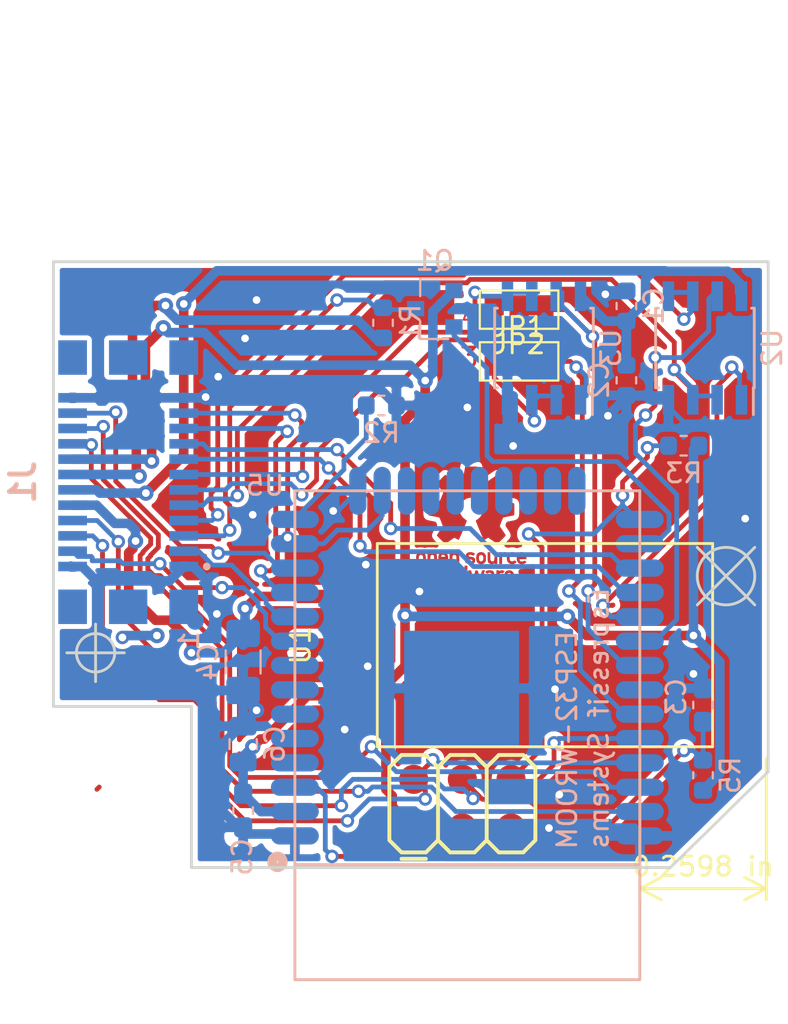
<source format=kicad_pcb>
(kicad_pcb (version 20171130) (host pcbnew 5.1.4+dfsg1-2)
  (layers (0 F.Cu signal) (31 B.Cu signal) (34 B.Paste user) (35 F.Paste user) (36 B.SilkS user) (37 F.SilkS user) (38 B.Mask user) (39 F.Mask user) (44 Edge.Cuts user))
  (net 0 "")
  (net 1 +24V)
  (net 2 GND)
  (net 3 +12V)
  (net 4 "Net-(Prog1-Pad3)")
  (net 5 +3V3)
  (net 6 /T2)
  (net 7 /T1)
  (net 8 /EN)
  (net 9 /1wire)
  (net 10 /T3)
  (net 11 /SW2)
  (net 12 /SW1)
  (net 13 +5V)
  (net 14 /SDAx)
  (net 15 /SCLx)
  (net 16 /Rx)
  (net 17 "Net-(R2-Pad1)")
  (net 18 /Boot0)
  (net 19 /Bus2)
  (net 20 /Bus1)
  (net 21 /Bus3)
  (net 22 /Bus4)
  (net 23 "/Common bus interface/1wire_5")
  (net 24 /Tx)
  (net 25 "/Common bus interface/Bus1_12")
  (net 26 "/Common bus interface/Bus2_12")
  (net 27 "/Common bus interface/Bus3_12")
  (net 28 "/Common bus interface/Bus4_12")
  (net 29 /Tx2)
  (net 30 /Rx2)
  (net 31 "Net-(JP1-Pad1)")
  (net 32 "Net-(JP2-Pad3)")
  (net 33 "Net-(U5-PadNC)")
  (net 34 "Net-(U5-Pad22)")
  (net 35 "Net-(U5-Pad21)")
  (net 36 "Net-(U5-Pad33)")
  (net 37 "Net-(U5-Pad32)")
  (net 38 "Net-(U5-Pad31)")
  (net 39 "Net-(U5-Pad30)")
  (net 40 "Net-(U5-Pad29)")
  (net 41 "Net-(U5-Pad28)")
  (net 42 "Net-(U5-Pad12)")
  (net 43 "Net-(U5-Pad11)")
  (net 44 "Net-(U5-Pad10)")
  (net 45 "Net-(U5-Pad8)")
  (net 46 "Net-(U5-Pad5)")
  (module localstuff:ESP32-WROOM (layer B.Cu) (at 52.6 60.7)
    (fp_text reference U5 (at -11.557 -9.017) (layer B.SilkS) (effects (justify mirror)))
    (fp_text value ESP-32S)
    (fp_text user "Espressif Systems" (at 5.858 3.111 90) (layer B.SilkS) (effects (justify mirror)))
    (fp_text user ESP32-WROOM (at 4.207 4.254 90) (layer B.SilkS) (effects (justify mirror)))
    (pad G3 smd oval (at 8 9.25 180) (size 2.5 0.9) (layers B.Cu B.Paste B.Mask) (net 2 GND))
    (pad 36 smd oval (at 8 7.98 180) (size 2.5 0.9) (layers B.Cu B.Paste B.Mask) (net 15 /SCLx))
    (pad 39 smd oval (at 8 6.71 180) (size 2.5 0.9) (layers B.Cu B.Paste B.Mask) (net 14 /SDAx))
    (pad 41 smd oval (at 8 5.44 180) (size 2.5 0.9) (layers B.Cu B.Paste B.Mask) (net 24 /Tx))
    (pad 40 smd oval (at 8 4.17 180) (size 2.5 0.9) (layers B.Cu B.Paste B.Mask) (net 16 /Rx))
    (pad 42 smd oval (at 8 2.9 180) (size 2.5 0.9) (layers B.Cu B.Paste B.Mask) (net 21 /Bus3))
    (pad NC smd oval (at 8 1.63 180) (size 2.5 0.9) (layers B.Cu B.Paste B.Mask) (net 33 "Net-(U5-PadNC)"))
    (pad 38 smd oval (at 8 0.36 180) (size 2.5 0.9) (layers B.Cu B.Paste B.Mask) (net 22 /Bus4))
    (pad 35 smd oval (at 8 -0.91 180) (size 2.5 0.9) (layers B.Cu B.Paste B.Mask) (net 20 /Bus1))
    (pad 34 smd oval (at 8 -2.18 180) (size 2.5 0.9) (layers B.Cu B.Paste B.Mask) (net 19 /Bus2))
    (pad 27 smd oval (at 8 -3.45 180) (size 2.5 0.9) (layers B.Cu B.Paste B.Mask) (net 29 /Tx2))
    (pad 25 smd oval (at 8 -4.72 180) (size 2.5 0.9) (layers B.Cu B.Paste B.Mask) (net 30 /Rx2))
    (pad 24 smd oval (at 8 -5.99 180) (size 2.5 0.9) (layers B.Cu B.Paste B.Mask) (net 9 /1wire))
    (pad 23 smd oval (at 8 -7.26 180) (size 2.5 0.9) (layers B.Cu B.Paste B.Mask) (net 18 /Boot0))
    (pad 22 smd oval (at 4.715 -8.75 180) (size 0.9 2.5) (layers B.Cu B.Paste B.Mask) (net 34 "Net-(U5-Pad22)"))
    (pad 21 smd oval (at 3.445 -8.75 180) (size 0.9 2.5) (layers B.Cu B.Paste B.Mask) (net 35 "Net-(U5-Pad21)"))
    (pad 33 smd oval (at 2.175 -8.75 180) (size 0.9 2.5) (layers B.Cu B.Paste B.Mask) (net 36 "Net-(U5-Pad33)"))
    (pad 32 smd oval (at 0.905 -8.75 180) (size 0.9 2.5) (layers B.Cu B.Paste B.Mask) (net 37 "Net-(U5-Pad32)"))
    (pad 31 smd oval (at -0.365 -8.75 180) (size 0.9 2.5) (layers B.Cu B.Paste B.Mask) (net 38 "Net-(U5-Pad31)"))
    (pad 30 smd oval (at -1.635 -8.75 180) (size 0.9 2.5) (layers B.Cu B.Paste B.Mask) (net 39 "Net-(U5-Pad30)"))
    (pad 29 smd oval (at -2.905 -8.75 180) (size 0.9 2.5) (layers B.Cu B.Paste B.Mask) (net 40 "Net-(U5-Pad29)"))
    (pad 28 smd oval (at -4.175 -8.75 180) (size 0.9 2.5) (layers B.Cu B.Paste B.Mask) (net 41 "Net-(U5-Pad28)"))
    (pad 20 smd oval (at -5.445 -8.75 180) (size 0.9 2.5) (layers B.Cu B.Paste B.Mask) (net 7 /T1))
    (pad G2 smd oval (at -6.715 -8.75 180) (size 0.9 2.5) (layers B.Cu B.Paste B.Mask) (net 2 GND))
    (pad 18 smd oval (at -10 -7.26 180) (size 2.5 0.9) (layers B.Cu B.Paste B.Mask) (net 17 "Net-(R2-Pad1)"))
    (pad 17 smd oval (at -10 -5.99 180) (size 2.5 0.9) (layers B.Cu B.Paste B.Mask) (net 7 /T1))
    (pad 16 smd oval (at -10 -4.72 180) (size 2.5 0.9) (layers B.Cu B.Paste B.Mask) (net 6 /T2))
    (pad 15 smd oval (at -10 -3.45 180) (size 2.5 0.9) (layers B.Cu B.Paste B.Mask) (net 10 /T3))
    (pad 14 smd oval (at -10 -2.18 180) (size 2.5 0.9) (layers B.Cu B.Paste B.Mask) (net 12 /SW1))
    (pad 13 smd oval (at -10 -0.91 180) (size 2.5 0.9) (layers B.Cu B.Paste B.Mask) (net 11 /SW2))
    (pad 12 smd oval (at -10 0.36 180) (size 2.5 0.9) (layers B.Cu B.Paste B.Mask) (net 42 "Net-(U5-Pad12)"))
    (pad 11 smd oval (at -10 1.63 180) (size 2.5 0.9) (layers B.Cu B.Paste B.Mask) (net 43 "Net-(U5-Pad11)"))
    (pad 10 smd oval (at -10 2.9 180) (size 2.5 0.9) (layers B.Cu B.Paste B.Mask) (net 44 "Net-(U5-Pad10)"))
    (pad 8 smd oval (at -10 4.17 180) (size 2.5 0.9) (layers B.Cu B.Paste B.Mask) (net 45 "Net-(U5-Pad8)"))
    (pad 5 smd oval (at -10 5.44 180) (size 2.5 0.9) (layers B.Cu B.Paste B.Mask) (net 46 "Net-(U5-Pad5)"))
    (pad 9 smd oval (at -10 6.71 180) (size 2.5 0.9) (layers B.Cu B.Paste B.Mask) (net 8 /EN))
    (pad U1 smd oval (at -10 7.98 180) (size 2.5 0.9) (layers B.Cu B.Paste B.Mask) (net 5 +3V3))
    (pad G1 smd oval (at -10 9.25 180) (size 2.5 0.9) (layers B.Cu B.Paste B.Mask) (net 2 GND))
    (pad G4 smd rect (at -1.3 1.55 180) (size 6 6) (layers B.Cu B.Paste B.Mask) (net 2 GND))
  )
  (module Symbol:OSHW-Logo_5.7x6mm_Copper (layer F.Cu) (at 51.8 53.7)
    (fp_text reference REF** hide)
    (fp_text value OSHW-Logo_5.7x6mm_Copper hide)
    (fp_poly (pts (xy 0.376964 -2.709982) (xy 0.433812 -2.40843) (xy 0.853338 -2.235488) (xy 1.104984 -2.406605) (xy 1.175458 -2.45425) (xy 1.239163 -2.49679) (xy 1.293126 -2.532285) (xy 1.334373 -2.55879) (xy 1.359934 -2.574364) (xy 1.366895 -2.577722) (xy 1.379435 -2.569086) (xy 1.406231 -2.545208) (xy 1.44428 -2.509141) (xy 1.490579 -2.463933) (xy 1.542123 -2.412636) (xy 1.595909 -2.358299) (xy 1.648935 -2.303972) (xy 1.698195 -2.252705) (xy 1.740687 -2.207549) (xy 1.773407 -2.171554) (xy 1.793351 -2.14777) (xy 1.798119 -2.13981) (xy 1.791257 -2.125135) (xy 1.77202 -2.092986) (xy 1.74243 -2.046508) (xy 1.70451 -1.988844) (xy 1.660282 -1.92314) (xy 1.634654 -1.885664) (xy 1.587941 -1.817232) (xy 1.546432 -1.75548) (xy 1.51214 -1.703481) (xy 1.48708 -1.664308) (xy 1.473264 -1.641035) (xy 1.471188 -1.636145) (xy 1.475895 -1.622245) (xy 1.488723 -1.58985) (xy 1.507738 -1.543515) (xy 1.531003 -1.487794) (xy 1.556584 -1.427242) (xy 1.582545 -1.366414) (xy 1.60695 -1.309864) (xy 1.627863 -1.262148) (xy 1.643349 -1.227819) (xy 1.651472 -1.211432) (xy 1.651952 -1.210788) (xy 1.664707 -1.207659) (xy 1.698677 -1.200679) (xy 1.75034 -1.190533) (xy 1.816176 -1.177908) (xy 1.892664 -1.163491) (xy 1.93729 -1.155177) (xy 2.019021 -1.139616) (xy 2.092843 -1.124808) (xy 2.155021 -1.111564) (xy 2.201822 -1.100695) (xy 2.229509 -1.093011) (xy 2.235074 -1.090573) (xy 2.240526 -1.07407) (xy 2.244924 -1.0368) (xy 2.248272 -0.98312) (xy 2.250574 -0.917388) (xy 2.251832 -0.843963) (xy 2.252048 -0.767204) (xy 2.251227 -0.691468) (xy 2.249371 -0.621114) (xy 2.246482 -0.5605) (xy 2.242565 -0.513984) (xy 2.237622 -0.485925) (xy 2.234657 -0.480084) (xy 2.216934 -0.473083) (xy 2.179381 -0.463073) (xy 2.126964 -0.451231) (xy 2.064652 -0.438733) (xy 2.0429 -0.43469) (xy 1.938024 -0.41548) (xy 1.85518 -0.400009) (xy 1.79163 -0.387663) (xy 1.744637 -0.377827) (xy 1.711463 -0.369886) (xy 1.689371 -0.363224) (xy 1.675624 -0.357227) (xy 1.667484 -0.351281) (xy 1.666345 -0.350106) (xy 1.654977 -0.331174) (xy 1.637635 -0.294331) (xy 1.61605 -0.244087) (xy 1.591954 -0.184954) (xy 1.567079 -0.121444) (xy 1.543157 -0.058068) (xy 1.521919 0.000662) (xy 1.505097 0.050235) (xy 1.494422 0.086139) (xy 1.491627 0.103862) (xy 1.49186 0.104483) (xy 1.501331 0.11897) (xy 1.522818 0.150844) (xy 1.554063 0.196789) (xy 1.592807 0.253485) (xy 1.636793 0.317617) (xy 1.649319 0.335842) (xy 1.693984 0.401914) (xy 1.733288 0.4622) (xy 1.765088 0.513235) (xy 1.787245 0.55156) (xy 1.797617 0.573711) (xy 1.798119 0.576432) (xy 1.789405 0.590736) (xy 1.765325 0.619072) (xy 1.728976 0.658396) (xy 1.683453 0.705661) (xy 1.631852 0.757823) (xy 1.577267 0.811835) (xy 1.522794 0.864653) (xy 1.471529 0.913231) (xy 1.426567 0.954523) (xy 1.391004 0.985485) (xy 1.367935 1.00307) (xy 1.361554 1.005941) (xy 1.346699 0.999178) (xy 1.316286 0.980939) (xy 1.275268 0.954297) (xy 1.243709 0.932852) (xy 1.186525 0.893503) (xy 1.118806 0.847171) (xy 1.05088 0.800913) (xy 1.014361 0.776155) (xy 0.890752 0.692547) (xy 0.786991 0.74865) (xy 0.73972 0.773228) (xy 0.699523 0.792331) (xy 0.672326 0.803227) (xy 0.665402 0.804743) (xy 0.657077 0.793549) (xy 0.640654 0.761917) (xy 0.617357 0.712765) (xy 0.588414 0.64901) (xy 0.55505 0.573571) (xy 0.518491 0.489364) (xy 0.479964 0.399308) (xy 0.440694 0.306321) (xy 0.401908 0.21332) (xy 0.36483 0.123223) (xy 0.330689 0.038948) (xy 0.300708 -0.036587) (xy 0.276116 -0.100466) (xy 0.258136 -0.149769) (xy 0.247997 -0.181579) (xy 0.246366 -0.192504) (xy 0.259291 -0.206439) (xy 0.287589 -0.22906) (xy 0.325346 -0.255667) (xy 0.328515 -0.257772) (xy 0.4261 -0.335886) (xy 0.504786 -0.427018) (xy 0.563891 -0.528255) (xy 0.602732 -0.636682) (xy 0.620628 -0.749386) (xy 0.616897 -0.863452) (xy 0.590857 -0.975966) (xy 0.541825 -1.084015) (xy 0.5274 -1.107655) (xy 0.452369 -1.203113) (xy 0.36373 -1.279768) (xy 0.264549 -1.33722) (xy 0.157895 -1.375071) (xy 0.046836 -1.392922) (xy -0.065561 -1.390375) (xy -0.176227 -1.36703) (xy -0.282094 -1.32249) (xy -0.380095 -1.256355) (xy -0.41041 -1.229513) (xy -0.487562 -1.145488) (xy -0.543782 -1.057034) (xy -0.582347 -0.957885) (xy -0.603826 -0.859697) (xy -0.609128 -0.749303) (xy -0.591448 -0.63836) (xy -0.552581 -0.530619) (xy -0.494323 -0.429831) (xy -0.418469 -0.339744) (xy -0.326817 -0.264108) (xy -0.314772 -0.256136) (xy -0.276611 -0.230026) (xy -0.247601 -0.207405) (xy -0.233732 -0.192961) (xy -0.233531 -0.192504) (xy -0.236508 -0.176879) (xy -0.248311 -0.141418) (xy -0.267714 -0.089038) (xy -0.293488 -0.022655) (xy -0.324409 0.054814) (xy -0.359249 0.14045) (xy -0.396783 0.231337) (xy -0.435783 0.324559) (xy -0.475023 0.417197) (xy -0.513276 0.506335) (xy -0.549317 0.589055) (xy -0.581917 0.662441) (xy -0.609852 0.723575) (xy -0.631895 0.769541) (xy -0.646818 0.797421) (xy -0.652828 0.804743) (xy -0.671191 0.799041) (xy -0.705552 0.783749) (xy -0.749984 0.761599) (xy -0.774417 0.74865) (xy -0.878178 0.692547) (xy -1.001787 0.776155) (xy -1.064886 0.818987) (xy -1.13397 0.866122) (xy -1.198707 0.910503) (xy -1.231134 0.932852) (xy -1.276741 0.963477) (xy -1.31536 0.987747) (xy -1.341952 1.002587) (xy -1.35059 1.005724) (xy -1.363161 0.997261) (xy -1.390984 0.973636) (xy -1.431361 0.937302) (xy -1.481595 0.890711) (xy -1.538988 0.836317) (xy -1.575286 0.801392) (xy -1.63879 0.738996) (xy -1.693673 0.683188) (xy -1.737714 0.636354) (xy -1.768695 0.600882) (xy -1.784398 0.579161) (xy -1.785905 0.574752) (xy -1.778914 0.557985) (xy -1.759594 0.524082) (xy -1.730091 0.476476) (xy -1.692545 0.418599) (xy -1.6491 0.353884) (xy -1.636745 0.335842) (xy -1.591727 0.270267) (xy -1.55134 0.211228) (xy -1.51784 0.162042) (xy -1.493486 0.126028) (xy -1.480536 0.106502) (xy -1.479285 0.104483) (xy -1.481156 0.088922) (xy -1.491087 0.054709) (xy -1.507347 0.006355) (xy -1.528205 -0.051629) (xy -1.551927 -0.11473) (xy -1.576784 -0.178437) (xy -1.601042 -0.238239) (xy -1.622971 -0.289624) (xy -1.640838 -0.328081) (xy -1.652913 -0.349098) (xy -1.653771 -0.350106) (xy -1.661154 -0.356112) (xy -1.673625 -0.362052) (xy -1.69392 -0.36854) (xy -1.724778 -0.376191) (xy -1.768934 -0.38562) (xy -1.829126 -0.397441) (xy -1.908093 -0.412271) (xy -2.00857 -0.430723) (xy -2.030325 -0.43469) (xy -2.094802 -0.447147) (xy -2.151011 -0.459334) (xy -2.193987 -0.470074) (xy -2.21876 -0.478191) (xy -2.222082 -0.480084) (xy -2.227556 -0.496862) (xy -2.232006 -0.534355) (xy -2.235428 -0.588206) (xy -2.237819 -0.654056) (xy -2.239177 -0.727547) (xy -2.239499 -0.80432) (xy -2.238781 -0.880017) (xy -2.237021 -0.95028) (xy -2.234216 -1.01075) (xy -2.230362 -1.05707) (xy -2.225457 -1.084881) (xy -2.2225 -1.090573) (xy -2.206037 -1.096314) (xy -2.168551 -1.105655) (xy -2.113775 -1.117785) (xy -2.045445 -1.131893) (xy -1.967294 -1.14717) (xy -1.924716 -1.155177) (xy -1.843929 -1.170279) (xy -1.771887 -1.18396) (xy -1.712111 -1.195533) (xy -1.668121 -1.204313) (xy -1.643439 -1.209613) (xy -1.639377 -1.210788) (xy -1.632511 -1.224035) (xy -1.617998 -1.255943) (xy -1.597771 -1.301953) (xy -1.573766 -1.357508) (xy -1.547918 -1.418047) (xy -1.52216 -1.479014) (xy -1.498427 -1.535849) (xy -1.478654 -1.583994) (xy -1.464776 -1.61889) (xy -1.458726 -1.635979) (xy -1.458614 -1.636726) (xy -1.465472 -1.650207) (xy -1.484698 -1.68123) (xy -1.514272 -1.726711) (xy -1.552173 -1.783568) (xy -1.59638 -1.848717) (xy -1.622079 -1.886138) (xy -1.668907 -1.954753) (xy -1.710499 -2.017048) (xy -1.744825 -2.069871) (xy -1.769857 -2.110073) (xy -1.783565 -2.1345) (xy -1.785544 -2.139976) (xy -1.777034 -2.152722) (xy -1.753507 -2.179937) (xy -1.717968 -2.218572) (xy -1.673423 -2.265577) (xy -1.622877 -2.317905) (xy -1.569336 -2.372505) (xy -1.515805 -2.42633) (xy -1.465289 -2.47633) (xy -1.420794 -2.519457) (xy -1.385325 -2.552661) (xy -1.361887 -2.572894) (xy -1.354046 -2.577722) (xy -1.34128 -2.570933) (xy -1.310744 -2.551858) (xy -1.26541 -2.522439) (xy -1.208244 -2.484619) (xy -1.142216 -2.440339) (xy -1.09241 -2.406605) (xy -0.840764 -2.235488) (xy -0.631001 -2.321959) (xy -0.421237 -2.40843) (xy -0.364389 -2.709982) (xy -0.30754 -3.011534) (xy 0.320115 -3.011534) (xy 0.376964 -2.709982)) (layer F.Cu) (width 0.01))
    (fp_poly (pts (xy 1.79946 1.45803) (xy 1.842711 1.471245) (xy 1.870558 1.487941) (xy 1.879629 1.501145) (xy 1.877132 1.516797) (xy 1.860931 1.541385) (xy 1.847232 1.5588) (xy 1.818992 1.590283) (xy 1.797775 1.603529) (xy 1.779688 1.602664) (xy 1.726035 1.58901) (xy 1.68663 1.58963) (xy 1.654632 1.605104) (xy 1.64389 1.614161) (xy 1.609505 1.646027) (xy 1.609505 2.062179) (xy 1.471188 2.062179) (xy 1.471188 1.458614) (xy 1.540347 1.458614) (xy 1.581869 1.460256) (xy 1.603291 1.466087) (xy 1.609502 1.477461) (xy 1.609505 1.477798) (xy 1.612439 1.489713) (xy 1.625704 1.488159) (xy 1.644084 1.479563) (xy 1.682046 1.463568) (xy 1.712872 1.453945) (xy 1.752536 1.451478) (xy 1.79946 1.45803)) (layer F.Cu) (width 0.01))
    (fp_poly (pts (xy -0.754012 1.469002) (xy -0.722717 1.48395) (xy -0.692409 1.505541) (xy -0.669318 1.530391) (xy -0.6525 1.562087) (xy -0.641006 1.604214) (xy -0.633891 1.660358) (xy -0.630207 1.734106) (xy -0.629008 1.829044) (xy -0.628989 1.838985) (xy -0.628713 2.062179) (xy -0.76703 2.062179) (xy -0.76703 1.856418) (xy -0.767128 1.780189) (xy -0.767809 1.724939) (xy -0.769651 1.686501) (xy -0.773233 1.660706) (xy -0.779132 1.643384) (xy -0.787927 1.630368) (xy -0.80018 1.617507) (xy -0.843047 1.589873) (xy -0.889843 1.584745) (xy -0.934424 1.602217) (xy -0.949928 1.615221) (xy -0.96131 1.627447) (xy -0.969481 1.64054) (xy -0.974974 1.658615) (xy -0.97832 1.685787) (xy -0.980051 1.72617) (xy -0.980697 1.783879) (xy -0.980792 1.854132) (xy -0.980792 2.062179) (xy -1.119109 2.062179) (xy -1.119109 1.458614) (xy -1.04995 1.458614) (xy -1.008428 1.460256) (xy -0.987006 1.466087) (xy -0.980795 1.477461) (xy -0.980792 1.477798) (xy -0.97791 1.488938) (xy -0.965199 1.487674) (xy -0.939926 1.475434) (xy -0.882605 1.457424) (xy -0.817037 1.455421) (xy -0.754012 1.469002)) (layer F.Cu) (width 0.01))
    (fp_poly (pts (xy 2.677898 1.456457) (xy 2.710096 1.464279) (xy 2.771825 1.492921) (xy 2.82461 1.536667) (xy 2.861141 1.589117) (xy 2.86616 1.600893) (xy 2.873045 1.63174) (xy 2.877864 1.677371) (xy 2.879505 1.723492) (xy 2.879505 1.810693) (xy 2.697178 1.810693) (xy 2.621979 1.810978) (xy 2.569003 1.812704) (xy 2.535325 1.817181) (xy 2.51802 1.82572) (xy 2.514163 1.83963) (xy 2.520829 1.860222) (xy 2.53277 1.884315) (xy 2.56608 1.924525) (xy 2.612368 1.944558) (xy 2.668944 1.943905) (xy 2.733031 1.922101) (xy 2.788417 1.895193) (xy 2.834375 1.931532) (xy 2.880333 1.967872) (xy 2.837096 2.007819) (xy 2.779374 2.045563) (xy 2.708386 2.06832) (xy 2.632029 2.074688) (xy 2.558199 2.063268) (xy 2.546287 2.059393) (xy 2.481399 2.025506) (xy 2.43313 1.974986) (xy 2.400465 1.906325) (xy 2.382385 1.818014) (xy 2.382175 1.816121) (xy 2.380556 1.719878) (xy 2.3871 1.685542) (xy 2.514852 1.685542) (xy 2.526584 1.690822) (xy 2.558438 1.694867) (xy 2.605397 1.697176) (xy 2.635154 1.697525) (xy 2.690648 1.697306) (xy 2.725346 1.695916) (xy 2.743601 1.692251) (xy 2.749766 1.68521) (xy 2.748195 1.67369) (xy 2.746878 1.669233) (xy 2.724382 1.627355) (xy 2.689003 1.593604) (xy 2.65778 1.578773) (xy 2.616301 1.579668) (xy 2.574269 1.598164) (xy 2.539012 1.628786) (xy 2.517854 1.666062) (xy 2.514852 1.685542) (xy 2.3871 1.685542) (xy 2.39669 1.635229) (xy 2.428698 1.564191) (xy 2.474701 1.508779) (xy 2.532821 1.471009) (xy 2.60118 1.452896) (xy 2.677898 1.456457)) (layer F.Cu) (width 0.01))
    (fp_poly (pts (xy 2.217226 1.46388) (xy 2.29008 1.49483) (xy 2.313027 1.509895) (xy 2.342354 1.533048) (xy 2.360764 1.551253) (xy 2.363961 1.557183) (xy 2.354935 1.57034) (xy 2.331837 1.592667) (xy 2.313344 1.60825) (xy 2.262728 1.648926) (xy 2.22276 1.615295) (xy 2.191874 1.593584) (xy 2.161759 1.58609) (xy 2.127292 1.58792) (xy 2.072561 1.601528) (xy 2.034886 1.629772) (xy 2.011991 1.675433) (xy 2.001597 1.741289) (xy 2.001595 1.741331) (xy 2.002494 1.814939) (xy 2.016463 1.868946) (xy 2.044328 1.905716) (xy 2.063325 1.918168) (xy 2.113776 1.933673) (xy 2.167663 1.933683) (xy 2.214546 1.918638) (xy 2.225644 1.911287) (xy 2.253476 1.892511) (xy 2.275236 1.889434) (xy 2.298704 1.903409) (xy 2.324649 1.92851) (xy 2.365716 1.97088) (xy 2.320121 2.008464) (xy 2.249674 2.050882) (xy 2.170233 2.071785) (xy 2.087215 2.070272) (xy 2.032694 2.056411) (xy 1.96897 2.022135) (xy 1.918005 1.968212) (xy 1.894851 1.930149) (xy 1.876099 1.875536) (xy 1.866715 1.806369) (xy 1.866643 1.731407) (xy 1.875824 1.659409) (xy 1.894199 1.599137) (xy 1.897093 1.592958) (xy 1.939952 1.532351) (xy 1.997979 1.488224) (xy 2.066591 1.461493) (xy 2.141201 1.453073) (xy 2.217226 1.46388)) (layer F.Cu) (width 0.01))
    (fp_poly (pts (xy 0.993367 1.654342) (xy 0.994555 1.746563) (xy 0.998897 1.81661) (xy 1.007558 1.867381) (xy 1.021704 1.901772) (xy 1.0425 1.922679) (xy 1.07111 1.933) (xy 1.106535 1.935636) (xy 1.143636 1.932682) (xy 1.171818 1.921889) (xy 1.192243 1.90036) (xy 1.206079 1.865199) (xy 1.214491 1.81351) (xy 1.218643 1.742394) (xy 1.219703 1.654342) (xy 1.219703 1.458614) (xy 1.35802 1.458614) (xy 1.35802 2.062179) (xy 1.288862 2.062179) (xy 1.24717 2.060489) (xy 1.225701 2.054556) (xy 1.219703 2.043293) (xy 1.216091 2.033261) (xy 1.201714 2.035383) (xy 1.172736 2.04958) (xy 1.106319 2.07148) (xy 1.035875 2.069928) (xy 0.968377 2.046147) (xy 0.936233 2.027362) (xy 0.911715 2.007022) (xy 0.893804 1.981573) (xy 0.881479 1.947458) (xy 0.873723 1.901121) (xy 0.869516 1.839007) (xy 0.86784 1.757561) (xy 0.867624 1.694578) (xy 0.867624 1.458614) (xy 0.993367 1.458614) (xy 0.993367 1.654342)) (layer F.Cu) (width 0.01))
    (fp_poly (pts (xy 0.610762 1.466055) (xy 0.674363 1.500692) (xy 0.724123 1.555372) (xy 0.747568 1.599842) (xy 0.757634 1.639121) (xy 0.764156 1.695116) (xy 0.766951 1.759621) (xy 0.765836 1.824429) (xy 0.760626 1.881334) (xy 0.754541 1.911727) (xy 0.734014 1.953306) (xy 0.698463 1.997468) (xy 0.655619 2.036087) (xy 0.613211 2.061034) (xy 0.612177 2.06143) (xy 0.559553 2.072331) (xy 0.497188 2.072601) (xy 0.437924 2.062676) (xy 0.41504 2.054722) (xy 0.356102 2.0213) (xy 0.31389 1.977511) (xy 0.286156 1.919538) (xy 0.270651 1.843565) (xy 0.267143 1.803771) (xy 0.26759 1.753766) (xy 0.402376 1.753766) (xy 0.406917 1.826732) (xy 0.419986 1.882334) (xy 0.440756 1.917861) (xy 0.455552 1.92802) (xy 0.493464 1.935104) (xy 0.538527 1.933007) (xy 0.577487 1.922812) (xy 0.587704 1.917204) (xy 0.614659 1.884538) (xy 0.632451 1.834545) (xy 0.640024 1.773705) (xy 0.636325 1.708497) (xy 0.628057 1.669253) (xy 0.60432 1.623805) (xy 0.566849 1.595396) (xy 0.52172 1.585573) (xy 0.475011 1.595887) (xy 0.439132 1.621112) (xy 0.420277 1.641925) (xy 0.409272 1.662439) (xy 0.404026 1.690203) (xy 0.402449 1.732762) (xy 0.402376 1.753766) (xy 0.26759 1.753766) (xy 0.268094 1.69758) (xy 0.285388 1.610501) (xy 0.319029 1.54253) (xy 0.369018 1.493664) (xy 0.435356 1.463899) (xy 0.449601 1.460448) (xy 0.53521 1.452345) (xy 0.610762 1.466055)) (layer F.Cu) (width 0.01))
    (fp_poly (pts (xy 0.014017 1.456452) (xy 0.061634 1.465482) (xy 0.111034 1.48437) (xy 0.116312 1.486777) (xy 0.153774 1.506476) (xy 0.179717 1.524781) (xy 0.188103 1.536508) (xy 0.180117 1.555632) (xy 0.16072 1.58385) (xy 0.15211 1.594384) (xy 0.116628 1.635847) (xy 0.070885 1.608858) (xy 0.02735 1.590878) (xy -0.02295 1.581267) (xy -0.071188 1.58066) (xy -0.108533 1.589691) (xy -0.117495 1.595327) (xy -0.134563 1.621171) (xy -0.136637 1.650941) (xy -0.123866 1.674197) (xy -0.116312 1.678708) (xy -0.093675 1.684309) (xy -0.053885 1.690892) (xy -0.004834 1.697183) (xy 0.004215 1.69817) (xy 0.082996 1.711798) (xy 0.140136 1.734946) (xy 0.17803 1.769752) (xy 0.199079 1.818354) (xy 0.205635 1.877718) (xy 0.196577 1.945198) (xy 0.167164 1.998188) (xy 0.117278 2.036783) (xy 0.0468 2.061081) (xy -0.031435 2.070667) (xy -0.095234 2.070552) (xy -0.146984 2.061845) (xy -0.182327 2.049825) (xy -0.226983 2.02888) (xy -0.268253 2.004574) (xy -0.282921 1.993876) (xy -0.320643 1.963084) (xy -0.275148 1.917049) (xy -0.229653 1.871013) (xy -0.177928 1.905243) (xy -0.126048 1.930952) (xy -0.070649 1.944399) (xy -0.017395 1.945818) (xy 0.028049 1.935443) (xy 0.060016 1.913507) (xy 0.070338 1.894998) (xy 0.068789 1.865314) (xy 0.04314 1.842615) (xy -0.00654 1.82694) (xy -0.060969 1.819695) (xy -0.144736 1.805873) (xy -0.206967 1.779796) (xy -0.248493 1.740699) (xy -0.270147 1.68782) (xy -0.273147 1.625126) (xy -0.258329 1.559642) (xy -0.224546 1.510144) (xy -0.171495 1.476408) (xy -0.098874 1.458207) (xy -0.045072 1.454639) (xy 0.014017 1.456452)) (layer F.Cu) (width 0.01))
    (fp_poly (pts (xy -1.356699 1.472614) (xy -1.344168 1.478514) (xy -1.300799 1.510283) (xy -1.25979 1.556646) (xy -1.229168 1.607696) (xy -1.220459 1.631166) (xy -1.212512 1.673091) (xy -1.207774 1.723757) (xy -1.207199 1.744679) (xy -1.207129 1.810693) (xy -1.587083 1.810693) (xy -1.578983 1.845273) (xy -1.559104 1.88617) (xy -1.524347 1.921514) (xy -1.482998 1.944282) (xy -1.456649 1.94901) (xy -1.420916 1.943273) (xy -1.378282 1.928882) (xy -1.363799 1.922262) (xy -1.31024 1.895513) (xy -1.264533 1.930376) (xy -1.238158 1.953955) (xy -1.224124 1.973417) (xy -1.223414 1.979129) (xy -1.235951 1.992973) (xy -1.263428 2.014012) (xy -1.288366 2.030425) (xy -1.355664 2.05993) (xy -1.43111 2.073284) (xy -1.505888 2.069812) (xy -1.565495 2.051663) (xy -1.626941 2.012784) (xy -1.670608 1.961595) (xy -1.697926 1.895367) (xy -1.710322 1.811371) (xy -1.711421 1.772936) (xy -1.707022 1.684861) (xy -1.706482 1.682299) (xy -1.580582 1.682299) (xy -1.577115 1.690558) (xy -1.562863 1.695113) (xy -1.53347 1.697065) (xy -1.484575 1.697517) (xy -1.465748 1.697525) (xy -1.408467 1.696843) (xy -1.372141 1.694364) (xy -1.352604 1.689443) (xy -1.34569 1.681434) (xy -1.345445 1.678862) (xy -1.353336 1.658423) (xy -1.373085 1.629789) (xy -1.381575 1.619763) (xy -1.413094 1.591408) (xy -1.445949 1.580259) (xy -1.463651 1.579327) (xy -1.511539 1.590981) (xy -1.551699 1.622285) (xy -1.577173 1.667752) (xy -1.577625 1.669233) (xy -1.580582 1.682299) (xy -1.706482 1.682299) (xy -1.692392 1.61551) (xy -1.666038 1.560025) (xy -1.633807 1.520639) (xy -1.574217 1.477931) (xy -1.504168 1.455109) (xy -1.429661 1.453046) (xy -1.356699 1.472614)) (layer F.Cu) (width 0.01))
    (fp_poly (pts (xy -2.538261 1.465148) (xy -2.472479 1.494231) (xy -2.42254 1.542793) (xy -2.388374 1.610908) (xy -2.369907 1.698651) (xy -2.368583 1.712351) (xy -2.367546 1.808939) (xy -2.380993 1.893602) (xy -2.408108 1.962221) (xy -2.422627 1.984294) (xy -2.473201 2.031011) (xy -2.537609 2.061268) (xy -2.609666 2.073824) (xy -2.683185 2.067439) (xy -2.739072 2.047772) (xy -2.787132 2.014629) (xy -2.826412 1.971175) (xy -2.827092 1.970158) (xy -2.843044 1.943338) (xy -2.85341 1.916368) (xy -2.859688 1.882332) (xy -2.863373 1.83431) (xy -2.864997 1.794931) (xy -2.865672 1.759219) (xy -2.739955 1.759219) (xy -2.738726 1.79477) (xy -2.734266 1.842094) (xy -2.726397 1.872465) (xy -2.712207 1.894072) (xy -2.698917 1.906694) (xy -2.651802 1.933122) (xy -2.602505 1.936653) (xy -2.556593 1.917639) (xy -2.533638 1.896331) (xy -2.517096 1.874859) (xy -2.507421 1.854313) (xy -2.503174 1.827574) (xy -2.50292 1.787523) (xy -2.504228 1.750638) (xy -2.507043 1.697947) (xy -2.511505 1.663772) (xy -2.519548 1.64148) (xy -2.533103 1.624442) (xy -2.543845 1.614703) (xy -2.588777 1.589123) (xy -2.637249 1.587847) (xy -2.677894 1.602999) (xy -2.712567 1.634642) (xy -2.733224 1.68662) (xy -2.739955 1.759219) (xy -2.865672 1.759219) (xy -2.866479 1.716621) (xy -2.863948 1.658056) (xy -2.856362 1.614007) (xy -2.842681 1.579248) (xy -2.821865 1.548551) (xy -2.814147 1.539436) (xy -2.765889 1.494021) (xy -2.714128 1.467493) (xy -2.650828 1.456379) (xy -2.619961 1.455471) (xy -2.538261 1.465148)) (layer F.Cu) (width 0.01))
    (fp_poly (pts (xy 2.032581 2.40497) (xy 2.092685 2.420597) (xy 2.143021 2.452848) (xy 2.167393 2.47694) (xy 2.207345 2.533895) (xy 2.230242 2.599965) (xy 2.238108 2.681182) (xy 2.238148 2.687748) (xy 2.238218 2.753763) (xy 1.858264 2.753763) (xy 1.866363 2.788342) (xy 1.880987 2.819659) (xy 1.906581 2.852291) (xy 1.911935 2.8575) (xy 1.957943 2.885694) (xy 2.01041 2.890475) (xy 2.070803 2.871926) (xy 2.08104 2.866931) (xy 2.112439 2.851745) (xy 2.13347 2.843094) (xy 2.137139 2.842293) (xy 2.149948 2.850063) (xy 2.174378 2.869072) (xy 2.186779 2.87946) (xy 2.212476 2.903321) (xy 2.220915 2.919077) (xy 2.215058 2.933571) (xy 2.211928 2.937534) (xy 2.190725 2.954879) (xy 2.155738 2.975959) (xy 2.131337 2.988265) (xy 2.062072 3.009946) (xy 1.985388 3.016971) (xy 1.912765 3.008647) (xy 1.892426 3.002686) (xy 1.829476 2.968952) (xy 1.782815 2.917045) (xy 1.752173 2.846459) (xy 1.737282 2.756692) (xy 1.735647 2.709753) (xy 1.740421 2.641413) (xy 1.86099 2.641413) (xy 1.872652 2.646465) (xy 1.903998 2.650429) (xy 1.949571 2.652768) (xy 1.980446 2.653169) (xy 2.035981 2.652783) (xy 2.071033 2.650975) (xy 2.090262 2.646773) (xy 2.09833 2.639203) (xy 2.099901 2.628218) (xy 2.089121 2.594381) (xy 2.06198 2.56094) (xy 2.026277 2.535272) (xy 1.99056 2.524772) (xy 1.942048 2.534086) (xy 1.900053 2.561013) (xy 1.870936 2.599827) (xy 1.86099 2.641413) (xy 1.740421 2.641413) (xy 1.742599 2.610236) (xy 1.764055 2.530949) (xy 1.80047 2.471263) (xy 1.852297 2.430549) (xy 1.91999 2.408179) (xy 1.956662 2.403871) (xy 2.032581 2.40497)) (layer F.Cu) (width 0.01))
    (fp_poly (pts (xy 1.635255 2.401486) (xy 1.683595 2.411015) (xy 1.711114 2.425125) (xy 1.740064 2.448568) (xy 1.698876 2.500571) (xy 1.673482 2.532064) (xy 1.656238 2.547428) (xy 1.639102 2.549776) (xy 1.614027 2.542217) (xy 1.602257 2.537941) (xy 1.55427 2.531631) (xy 1.510324 2.545156) (xy 1.47806 2.57571) (xy 1.472819 2.585452) (xy 1.467112 2.611258) (xy 1.462706 2.658817) (xy 1.459811 2.724758) (xy 1.458631 2.80571) (xy 1.458614 2.817226) (xy 1.458614 3.017822) (xy 1.320297 3.017822) (xy 1.320297 2.401683) (xy 1.389456 2.401683) (xy 1.429333 2.402725) (xy 1.450107 2.407358) (xy 1.457789 2.417849) (xy 1.458614 2.427745) (xy 1.458614 2.453806) (xy 1.491745 2.427745) (xy 1.529735 2.409965) (xy 1.58077 2.401174) (xy 1.635255 2.401486)) (layer F.Cu) (width 0.01))
    (fp_poly (pts (xy 1.038411 2.405417) (xy 1.091411 2.41829) (xy 1.106731 2.42511) (xy 1.136428 2.442974) (xy 1.15922 2.463093) (xy 1.176083 2.488962) (xy 1.187998 2.524073) (xy 1.195942 2.57192) (xy 1.200894 2.635996) (xy 1.203831 2.719794) (xy 1.204947 2.775768) (xy 1.209052 3.017822) (xy 1.138932 3.017822) (xy 1.096393 3.016038) (xy 1.074476 3.009942) (xy 1.068812 2.999706) (xy 1.065821 2.988637) (xy 1.052451 2.990754) (xy 1.034233 2.999629) (xy 0.988624 3.013233) (xy 0.930007 3.016899) (xy 0.868354 3.010903) (xy 0.813638 2.995521) (xy 0.80873 2.993386) (xy 0.758723 2.958255) (xy 0.725756 2.909419) (xy 0.710587 2.852333) (xy 0.711746 2.831824) (xy 0.835508 2.831824) (xy 0.846413 2.859425) (xy 0.878745 2.879204) (xy 0.93091 2.889819) (xy 0.958787 2.891228) (xy 1.005247 2.88762) (xy 1.036129 2.873597) (xy 1.043664 2.866931) (xy 1.064076 2.830666) (xy 1.068812 2.797773) (xy 1.068812 2.753763) (xy 1.007513 2.753763) (xy 0.936256 2.757395) (xy 0.886276 2.768818) (xy 0.854696 2.788824) (xy 0.847626 2.797743) (xy 0.835508 2.831824) (xy 0.711746 2.831824) (xy 0.713971 2.792456) (xy 0.736663 2.735244) (xy 0.767624 2.69658) (xy 0.786376 2.679864) (xy 0.804733 2.668878) (xy 0.828619 2.66218) (xy 0.863957 2.658326) (xy 0.916669 2.655873) (xy 0.937577 2.655168) (xy 1.068812 2.650879) (xy 1.06862 2.611158) (xy 1.063537 2.569405) (xy 1.045162 2.544158) (xy 1.008039 2.52803) (xy 1.007043 2.527742) (xy 0.95441 2.5214) (xy 0.902906 2.529684) (xy 0.86463 2.549827) (xy 0.849272 2.559773) (xy 0.83273 2.558397) (xy 0.807275 2.543987) (xy 0.792328 2.533817) (xy 0.763091 2.512088) (xy 0.74498 2.4958) (xy 0.742074 2.491137) (xy 0.75404 2.467005) (xy 0.789396 2.438185) (xy 0.804753 2.428461) (xy 0.848901 2.411714) (xy 0.908398 2.402227) (xy 0.974487 2.400095) (xy 1.038411 2.405417)) (layer F.Cu) (width 0.01))
    (fp_poly (pts (xy 0.281524 2.404237) (xy 0.331255 2.407971) (xy 0.461291 2.797773) (xy 0.481678 2.728614) (xy 0.493946 2.685874) (xy 0.510085 2.628115) (xy 0.527512 2.564625) (xy 0.536726 2.53057) (xy 0.571388 2.401683) (xy 0.714391 2.401683) (xy 0.671646 2.536857) (xy 0.650596 2.603342) (xy 0.625167 2.683539) (xy 0.59861 2.767193) (xy 0.574902 2.841782) (xy 0.520902 3.011535) (xy 0.462598 3.015328) (xy 0.404295 3.019122) (xy 0.372679 2.914734) (xy 0.353182 2.849889) (xy 0.331904 2.7784) (xy 0.313308 2.715263) (xy 0.312574 2.71275) (xy 0.298684 2.669969) (xy 0.286429 2.640779) (xy 0.277846 2.629741) (xy 0.276082 2.631018) (xy 0.269891 2.64813) (xy 0.258128 2.684787) (xy 0.242225 2.736378) (xy 0.223614 2.798294) (xy 0.213543 2.832352) (xy 0.159007 3.017822) (xy 0.043264 3.017822) (xy -0.049263 2.725471) (xy -0.075256 2.643462) (xy -0.098934 2.568987) (xy -0.11918 2.505544) (xy -0.134874 2.456632) (xy -0.144898 2.425749) (xy -0.147945 2.416726) (xy -0.145533 2.407487) (xy -0.126592 2.403441) (xy -0.087177 2.403846) (xy -0.081007 2.404152) (xy -0.007914 2.407971) (xy 0.039957 2.58401) (xy 0.057553 2.648211) (xy 0.073277 2.704649) (xy 0.085746 2.748422) (xy 0.093574 2.77463) (xy 0.09502 2.778903) (xy 0.101014 2.77399) (xy 0.113101 2.748532) (xy 0.129893 2.705997) (xy 0.150003 2.64985) (xy 0.167003 2.59913) (xy 0.231794 2.400504) (xy 0.281524 2.404237)) (layer F.Cu) (width 0.01))
    (fp_poly (pts (xy -0.201188 3.017822) (xy -0.270346 3.017822) (xy -0.310488 3.016645) (xy -0.331394 3.011772) (xy -0.338922 3.001186) (xy -0.339505 2.994029) (xy -0.340774 2.979676) (xy -0.348779 2.976923) (xy -0.369815 2.985771) (xy -0.386173 2.994029) (xy -0.448977 3.013597) (xy -0.517248 3.014729) (xy -0.572752 3.000135) (xy -0.624438 2.964877) (xy -0.663838 2.912835) (xy -0.685413 2.85145) (xy -0.685962 2.848018) (xy -0.689167 2.810571) (xy -0.690761 2.756813) (xy -0.690633 2.716155) (xy -0.553279 2.716155) (xy -0.550097 2.770194) (xy -0.542859 2.814735) (xy -0.53306 2.839888) (xy -0.495989 2.87426) (xy -0.451974 2.886582) (xy -0.406584 2.876618) (xy -0.367797 2.846895) (xy -0.353108 2.826905) (xy -0.344519 2.80305) (xy -0.340496 2.76823) (xy -0.339505 2.71593) (xy -0.341278 2.664139) (xy -0.345963 2.618634) (xy -0.352603 2.588181) (xy -0.35371 2.585452) (xy -0.380491 2.553) (xy -0.419579 2.535183) (xy -0.463315 2.532306) (xy -0.504038 2.544674) (xy -0.534087 2.572593) (xy -0.537204 2.578148) (xy -0.546961 2.612022) (xy -0.552277 2.660728) (xy -0.553279 2.716155) (xy -0.690633 2.716155) (xy -0.690568 2.69554) (xy -0.689664 2.662563) (xy -0.683514 2.580981) (xy -0.670733 2.51973) (xy -0.649471 2.474449) (xy -0.617878 2.440779) (xy -0.587207 2.421014) (xy -0.544354 2.40712) (xy -0.491056 2.402354) (xy -0.43648 2.406236) (xy -0.389792 2.418282) (xy -0.365124 2.432693) (xy -0.339505 2.455878) (xy -0.339505 2.162773) (xy -0.201188 2.162773) (xy -0.201188 3.017822)) (layer F.Cu) (width 0.01))
    (fp_poly (pts (xy -0.993356 2.40302) (xy -0.974539 2.40866) (xy -0.968473 2.421053) (xy -0.968218 2.426647) (xy -0.967129 2.44223) (xy -0.959632 2.444676) (xy -0.939381 2.433993) (xy -0.927351 2.426694) (xy -0.8894 2.411063) (xy -0.844072 2.403334) (xy -0.796544 2.40274) (xy -0.751995 2.408513) (xy -0.715602 2.419884) (xy -0.692543 2.436088) (xy -0.687996 2.456355) (xy -0.690291 2.461843) (xy -0.70702 2.484626) (xy -0.732963 2.512647) (xy -0.737655 2.517177) (xy -0.762383 2.538005) (xy -0.783718 2.544735) (xy -0.813555 2.540038) (xy -0.825508 2.536917) (xy -0.862705 2.529421) (xy -0.888859 2.532792) (xy -0.910946 2.544681) (xy -0.931178 2.560635) (xy -0.946079 2.5807) (xy -0.956434 2.608702) (xy -0.963029 2.648467) (xy -0.966649 2.703823) (xy -0.968078 2.778594) (xy -0.968218 2.82374) (xy -0.968218 3.017822) (xy -1.09396 3.017822) (xy -1.09396 2.401683) (xy -1.031089 2.401683) (xy -0.993356 2.40302)) (layer F.Cu) (width 0.01))
    (fp_poly (pts (xy -1.38421 2.406555) (xy -1.325055 2.422339) (xy -1.280023 2.450948) (xy -1.248246 2.488419) (xy -1.238366 2.504411) (xy -1.231073 2.521163) (xy -1.225974 2.542592) (xy -1.222679 2.572616) (xy -1.220797 2.615154) (xy -1.219937 2.674122) (xy -1.219707 2.75344) (xy -1.219703 2.774484) (xy -1.219703 3.017822) (xy -1.280059 3.017822) (xy -1.318557 3.015126) (xy -1.347023 3.008295) (xy -1.354155 3.004083) (xy -1.373652 2.996813) (xy -1.393566 3.004083) (xy -1.426353 3.01316) (xy -1.473978 3.016813) (xy -1.526764 3.015228) (xy -1.575036 3.008589) (xy -1.603218 3.000072) (xy -1.657753 2.965063) (xy -1.691835 2.916479) (xy -1.707157 2.851882) (xy -1.707299 2.850223) (xy -1.705955 2.821566) (xy -1.584356 2.821566) (xy -1.573726 2.854161) (xy -1.55641 2.872505) (xy -1.521652 2.886379) (xy -1.475773 2.891917) (xy -1.428988 2.889191) (xy -1.391514 2.878274) (xy -1.381015 2.871269) (xy -1.362668 2.838904) (xy -1.35802 2.802111) (xy -1.35802 2.753763) (xy -1.427582 2.753763) (xy -1.493667 2.75885) (xy -1.543764 2.773263) (xy -1.574929 2.795729) (xy -1.584356 2.821566) (xy -1.705955 2.821566) (xy -1.703987 2.779647) (xy -1.68071 2.723845) (xy -1.636948 2.681647) (xy -1.630899 2.677808) (xy -1.604907 2.665309) (xy -1.572735 2.65774) (xy -1.52776 2.654061) (xy -1.474331 2.653216) (xy -1.35802 2.653169) (xy -1.35802 2.604411) (xy -1.362953 2.566581) (xy -1.375543 2.541236) (xy -1.377017 2.539887) (xy -1.405034 2.5288) (xy -1.447326 2.524503) (xy -1.494064 2.526615) (xy -1.535418 2.534756) (xy -1.559957 2.546965) (xy -1.573253 2.556746) (xy -1.587294 2.558613) (xy -1.606671 2.5506) (xy -1.635976 2.530739) (xy -1.679803 2.497063) (xy -1.683825 2.493909) (xy -1.681764 2.482236) (xy -1.664568 2.462822) (xy -1.638433 2.441248) (xy -1.609552 2.423096) (xy -1.600478 2.418809) (xy -1.56738 2.410256) (xy -1.51888 2.404155) (xy -1.464695 2.401708) (xy -1.462161 2.401703) (xy -1.38421 2.406555)) (layer F.Cu) (width 0.01))
    (fp_poly (pts (xy -1.908759 1.469184) (xy -1.882247 1.482282) (xy -1.849553 1.505106) (xy -1.825725 1.529996) (xy -1.809406 1.561249) (xy -1.79924 1.603166) (xy -1.793872 1.660044) (xy -1.791944 1.736184) (xy -1.791831 1.768917) (xy -1.792161 1.840656) (xy -1.793527 1.891927) (xy -1.7965 1.927404) (xy -1.801649 1.951763) (xy -1.809543 1.96968) (xy -1.817757 1.981902) (xy -1.870187 2.033905) (xy -1.93193 2.065184) (xy -1.998536 2.074592) (xy -2.065558 2.06098) (xy -2.086792 2.051354) (xy -2.137624 2.024859) (xy -2.137624 2.440052) (xy -2.100525 2.420868) (xy -2.051643 2.406025) (xy -1.991561 2.402222) (xy -1.931564 2.409243) (xy -1.886256 2.425013) (xy -1.848675 2.455047) (xy -1.816564 2.498024) (xy -1.81415 2.502436) (xy -1.803967 2.523221) (xy -1.79653 2.54417) (xy -1.791411 2.569548) (xy -1.788181 2.603618) (xy -1.786413 2.650641) (xy -1.785677 2.714882) (xy -1.785544 2.787176) (xy -1.785544 3.017822) (xy -1.923861 3.017822) (xy -1.923861 2.592533) (xy -1.962549 2.559979) (xy -2.002738 2.53394) (xy -2.040797 2.529205) (xy -2.079066 2.541389) (xy -2.099462 2.55332) (xy -2.114642 2.570313) (xy -2.125438 2.595995) (xy -2.132683 2.633991) (xy -2.137208 2.687926) (xy -2.139844 2.761425) (xy -2.140772 2.810347) (xy -2.143911 3.011535) (xy -2.209926 3.015336) (xy -2.27594 3.019136) (xy -2.27594 1.77065) (xy -2.137624 1.77065) (xy -2.134097 1.840254) (xy -2.122215 1.888569) (xy -2.10002 1.918631) (xy -2.065559 1.933471) (xy -2.030742 1.936436) (xy -1.991329 1.933028) (xy -1.965171 1.919617) (xy -1.948814 1.901896) (xy -1.935937 1.882835) (xy -1.928272 1.861601) (xy -1.924861 1.831849) (xy -1.924749 1.787236) (xy -1.925897 1.74988) (xy -1.928532 1.693604) (xy -1.932456 1.656658) (xy -1.939063 1.633223) (xy -1.949749 1.61748) (xy -1.959833 1.60838) (xy -2.00197 1.588537) (xy -2.05184 1.585332) (xy -2.080476 1.592168) (xy -2.108828 1.616464) (xy -2.127609 1.663728) (xy -2.136712 1.733624) (xy -2.137624 1.77065) (xy -2.27594 1.77065) (xy -2.27594 1.458614) (xy -2.206782 1.458614) (xy -2.16526 1.460256) (xy -2.143838 1.466087) (xy -2.137626 1.477461) (xy -2.137624 1.477798) (xy -2.134742 1.488938) (xy -2.12203 1.487673) (xy -2.096757 1.475433) (xy -2.037869 1.456707) (xy -1.971615 1.454739) (xy -1.908759 1.469184)) (layer F.Cu) (width 0.01))
  )
  (module Package_SO:SOIC-8_3.9x4.9mm_P1.27mm (layer B.Cu) (at 64 44.5 90)
    (fp_text reference U2 (at 0 3.5 90) (layer B.SilkS) (effects (justify mirror)))
    (fp_text value P82B96)
    (pad 8 smd rect (at 2.7 1.905 90) (size 1.55 0.6) (layers B.Cu B.Paste B.Mask) (net 3 +12V))
    (pad 7 smd rect (at 2.7 0.635 90) (size 1.55 0.6) (layers B.Cu B.Paste B.Mask) (net 20 /Bus1))
    (pad 6 smd rect (at 2.7 -0.635 90) (size 1.55 0.6) (layers B.Cu B.Paste B.Mask) (net 25 "/Common bus interface/Bus1_12"))
    (pad 5 smd rect (at 2.7 -1.905 90) (size 1.55 0.6) (layers B.Cu B.Paste B.Mask) (net 25 "/Common bus interface/Bus1_12"))
    (pad 4 smd rect (at -2.7 -1.905 90) (size 1.55 0.6) (layers B.Cu B.Paste B.Mask) (net 2 GND))
    (pad 3 smd rect (at -2.7 -0.635 90) (size 1.55 0.6) (layers B.Cu B.Paste B.Mask) (net 26 "/Common bus interface/Bus2_12"))
    (pad 2 smd rect (at -2.7 0.635 90) (size 1.55 0.6) (layers B.Cu B.Paste B.Mask) (net 26 "/Common bus interface/Bus2_12"))
    (pad 1 smd rect (at -2.7 1.905 90) (size 1.55 0.6) (layers B.Cu B.Paste B.Mask) (net 19 /Bus2))
  )
  (module Package_SO:SOIC-8_3.9x4.9mm_P1.27mm (layer B.Cu) (at 55.6 44.5 90)
    (fp_text reference U3 (at 0 3.5 90) (layer B.SilkS) (effects (justify mirror)))
    (fp_text value P82B96)
    (pad 8 smd rect (at 2.7 1.905 90) (size 1.55 0.6) (layers B.Cu B.Paste B.Mask) (net 3 +12V))
    (pad 7 smd rect (at 2.7 0.635 90) (size 1.55 0.6) (layers B.Cu B.Paste B.Mask) (net 22 /Bus4))
    (pad 6 smd rect (at 2.7 -0.635 90) (size 1.55 0.6) (layers B.Cu B.Paste B.Mask) (net 32 "Net-(JP2-Pad3)"))
    (pad 5 smd rect (at 2.7 -1.905 90) (size 1.55 0.6) (layers B.Cu B.Paste B.Mask) (net 32 "Net-(JP2-Pad3)"))
    (pad 4 smd rect (at -2.7 -1.905 90) (size 1.55 0.6) (layers B.Cu B.Paste B.Mask) (net 2 GND))
    (pad 3 smd rect (at -2.7 -0.635 90) (size 1.55 0.6) (layers B.Cu B.Paste B.Mask) (net 31 "Net-(JP1-Pad1)"))
    (pad 2 smd rect (at -2.7 0.635 90) (size 1.55 0.6) (layers B.Cu B.Paste B.Mask) (net 31 "Net-(JP1-Pad1)"))
    (pad 1 smd rect (at -2.7 1.905 90) (size 1.55 0.6) (layers B.Cu B.Paste B.Mask) (net 21 /Bus3))
  )
  (module Resistor_SMD:R_0603_1608Metric (layer B.Cu) (at 47.2 43.1875 90)
    (fp_text reference R1 (at 0 1.43 90) (layer B.SilkS) (effects (justify mirror)))
    (fp_text value 10k)
    (pad 2 smd roundrect (at 0.7875 0 90) (size 0.875 0.95) (layers B.Cu B.Paste B.Mask) (net 23 "/Common bus interface/1wire_5"))
    (pad 1 smd roundrect (at -0.7875 0 90) (size 0.875 0.95) (layers B.Cu B.Paste B.Mask) (net 13 +5V))
  )
  (module Package_TO_SOT_SMD:SOT-23 (layer B.Cu) (at 49.9 42.45 180)
    (fp_text reference Q1 (at 0 2.5) (layer B.SilkS) (effects (justify mirror)))
    (fp_text value 2N7002)
    (pad 3 smd rect (at 1 0 180) (size 0.9 0.8) (layers B.Cu B.Paste B.Mask) (net 23 "/Common bus interface/1wire_5"))
    (pad 2 smd rect (at -1 -0.95 180) (size 0.9 0.8) (layers B.Cu B.Paste B.Mask) (net 9 /1wire))
    (pad 1 smd rect (at -1 0.95 180) (size 0.9 0.8) (layers B.Cu B.Paste B.Mask) (net 5 +3V3))
  )
  (module Jumper:SolderJumper-3_P1.3mm_Bridged12_Pad1.0x1.5mm_NumberLabels (layer F.Cu) (at 54.3 42.5 180)
    (fp_text reference JP2 (at 0 -1.8) (layer F.SilkS))
    (fp_text value SolderJumper_3_Bridged12)
    (pad 2 smd rect (at 0 0 180) (size 1 1.5) (layers F.Cu F.Mask) (net 28 "/Common bus interface/Bus4_12"))
    (pad 3 smd rect (at 1.3 0 180) (size 1 1.5) (layers F.Cu F.Mask) (net 32 "Net-(JP2-Pad3)"))
    (pad 1 smd custom (at -1.3 0 180) (size 1 1.5) (layers F.Cu F.Mask) (net 22 /Bus4) (options (clearance outline) (anchor rect)) (primitives (gr_poly (pts (xy 0.4 -0.3) (xy 0.9 -0.3) (xy 0.9 0.3) (xy 0.4 0.3)) (width 0))))
  )
  (module Jumper:SolderJumper-3_P1.3mm_Bridged12_Pad1.0x1.5mm_NumberLabels (layer F.Cu) (at 54.3 45.2)
    (fp_text reference JP1 (at 0 -1.8) (layer F.SilkS))
    (fp_text value SolderJumper_3_Bridged12)
    (pad 2 smd rect (at 0 0) (size 1 1.5) (layers F.Cu F.Mask) (net 27 "/Common bus interface/Bus3_12"))
    (pad 3 smd rect (at 1.3 0) (size 1 1.5) (layers F.Cu F.Mask) (net 21 /Bus3))
    (pad 1 smd custom (at -1.3 0) (size 1 1.5) (layers F.Cu F.Mask) (net 31 "Net-(JP1-Pad1)") (options (clearance outline) (anchor rect)) (primitives (gr_poly (pts (xy 0.4 -0.3) (xy 0.9 -0.3) (xy 0.9 0.3) (xy 0.4 0.3)) (width 0))))
  )
  (module localstuff:TE_1775013_plug (layer B.Cu) (at 33.9 51.5 270)
    (fp_text reference J1 (at 0 5.5 270) (layer B.SilkS) (effects (font (size 1.27 1.27) (thickness 0.254)) (justify mirror)))
    (fp_text value Moat_Bus_device hide)
    (fp_circle (center 7.25 -3.5) (end 7.55 -3.5) (layer B.Cu) (width 0.3))
    (fp_text user 1 (at 8.255 -3.175 270) (layer B.SilkS) (effects (justify mirror)))
    (pad 1 smd rect (at 4.4 -2.9 270) (size 0.5 1.5) (layers B.Cu B.Paste) (net 2 GND))
    (pad 2 smd rect (at 4.4 2.9 270) (size 0.5 1.5) (layers B.Cu B.Paste) (net 2 GND))
    (pad 3 smd rect (at 3.6 -2.9 270) (size 0.5 1.5) (layers B.Cu B.Paste) (net 12 /SW1))
    (pad 4 smd rect (at 3.6 2.9 270) (size 0.5 1.5) (layers B.Cu B.Paste) (net 11 /SW2))
    (pad 5 smd rect (at 2.8 -2.9 270) (size 0.5 1.5) (layers B.Cu B.Paste) (net 23 "/Common bus interface/1wire_5"))
    (pad 6 smd rect (at 2.8 2.9 270) (size 0.5 1.5) (layers B.Cu B.Paste) (net 24 /Tx))
    (pad 7 smd rect (at 2 -2.9 270) (size 0.5 1.5) (layers B.Cu B.Paste) (net 25 "/Common bus interface/Bus1_12"))
    (pad 8 smd rect (at 2 2.9 270) (size 0.5 1.5) (layers B.Cu B.Paste) (net 16 /Rx))
    (pad 9 smd rect (at 1.2 -2.9 270) (size 0.5 1.5) (layers B.Cu B.Paste) (net 26 "/Common bus interface/Bus2_12"))
    (pad 10 smd rect (at 1.2 2.9 270) (size 0.5 1.5) (layers B.Cu B.Paste) (net 1 +24V))
    (pad 11 smd rect (at 0.4 -2.9 270) (size 0.5 1.5) (layers B.Cu B.Paste) (net 27 "/Common bus interface/Bus3_12"))
    (pad 12 smd rect (at 0.4 2.9 270) (size 0.5 1.5) (layers B.Cu B.Paste) (net 3 +12V))
    (pad 13 smd rect (at -0.4 -2.9 270) (size 0.5 1.5) (layers B.Cu B.Paste) (net 28 "/Common bus interface/Bus4_12"))
    (pad 14 smd rect (at -0.4 2.9 270) (size 0.5 1.5) (layers B.Cu B.Paste) (net 13 +5V))
    (pad 15 smd rect (at -1.2 -2.9 270) (size 0.5 1.5) (layers B.Cu B.Paste) (net 29 /Tx2))
    (pad 16 smd rect (at -1.2 2.9 270) (size 0.5 1.5) (layers B.Cu B.Paste) (net 5 +3V3))
    (pad 17 smd rect (at -2 -2.9 270) (size 0.5 1.5) (layers B.Cu B.Paste) (net 30 /Rx2))
    (pad 18 smd rect (at -2 2.9 270) (size 0.5 1.5) (layers B.Cu B.Paste) (net 15 /SCLx))
    (pad 19 smd rect (at -2.8 -2.9 270) (size 0.5 1.5) (layers B.Cu B.Paste) (net 10 /T3))
    (pad 20 smd rect (at -2.8 2.9 270) (size 0.5 1.5) (layers B.Cu B.Paste) (net 14 /SDAx))
    (pad 21 smd rect (at -3.6 -2.9 270) (size 0.5 1.5) (layers B.Cu B.Paste) (net 7 /T1))
    (pad 22 smd rect (at -3.6 2.9 270) (size 0.5 1.5) (layers B.Cu B.Paste) (net 6 /T2))
    (pad 23 smd rect (at -4.4 -2.9 270) (size 0.5 1.5) (layers B.Cu B.Paste) (net 2 GND))
    (pad 24 smd rect (at -4.4 2.9 270) (size 0.5 1.5) (layers B.Cu B.Paste) (net 2 GND))
    (pad MNT smd rect (at 6.5 -2.9) (size 1.5 1.8) (layers B.Cu B.Paste))
    (pad MNT smd rect (at 6.5 2.9) (size 1.5 1.8) (layers B.Cu B.Paste))
    (pad MNT smd rect (at -6.5 -2.9) (size 1.5 1.8) (layers B.Cu B.Paste))
    (pad MNT smd rect (at -6.5 2.9) (size 1.5 1.8) (layers B.Cu B.Paste))
    (pad MNT smd rect (at 6.5 0 270) (size 1.8 2) (layers B.Cu B.Paste))
    (pad MNT smd rect (at -6.5 0 270) (size 1.8 2) (layers B.Cu B.Paste))
    (pad "" np_thru_hole circle (at 6.4 -1.7 270) (size 0.65 0.65) (drill 0.65) (layers *.Cu *.Mask))
    (pad "" np_thru_hole circle (at -6.4 -1.7 270) (size 0.65 0.65) (drill 0.65) (layers *.Cu *.Mask))
  )
  (module Capacitor_SMD:C_0603_1608Metric (layer B.Cu) (at 59.9 46.1875 270)
    (fp_text reference C2 (at 0 1.43 90) (layer B.SilkS) (effects (justify mirror)))
    (fp_text value 100n)
    (pad 2 smd roundrect (at 0.7875 0 270) (size 0.875 0.95) (layers B.Cu B.Paste B.Mask) (net 2 GND))
    (pad 1 smd roundrect (at -0.7875 0 270) (size 0.875 0.95) (layers B.Cu B.Paste B.Mask) (net 3 +12V))
  )
  (module Capacitor_SMD:C_0603_1608Metric (layer B.Cu) (at 59.9 42.3125 90)
    (fp_text reference C1 (at 0 1.43 90) (layer B.SilkS) (effects (justify mirror)))
    (fp_text value 100n)
    (pad 2 smd roundrect (at 0.7875 0 90) (size 0.875 0.95) (layers B.Cu B.Paste B.Mask) (net 2 GND))
    (pad 1 smd roundrect (at -0.7875 0 90) (size 0.875 0.95) (layers B.Cu B.Paste B.Mask) (net 3 +12V))
  )
  (module Capacitor_SMD:C_0805_2012Metric (layer B.Cu) (at 39.9 65.1625 90)
    (fp_text reference C6 (at 0 1.65 90) (layer B.SilkS) (effects (justify mirror)))
    (fp_text value 22µF)
    (pad 2 smd roundrect (at 0.9375 0 90) (size 0.975 1.4) (layers B.Cu B.Paste B.Mask) (net 2 GND))
    (pad 1 smd roundrect (at -0.9375 0 90) (size 0.975 1.4) (layers B.Cu B.Paste B.Mask) (net 5 +3V3))
  )
  (module Capacitor_SMD:C_1206_3216Metric_Pad1.42x1.75mm_HandSolder (layer B.Cu) (at 39.9 60.875 270)
    (fp_text reference C4 (at 0 1.82 90) (layer B.SilkS) (effects (justify mirror)))
    (fp_text value 10µF)
    (pad 2 smd roundrect (at 1.4875 0 270) (size 1.425 1.75) (layers B.Cu B.Paste B.Mask) (roundrect_rratio 0.175439) (net 2 GND))
    (pad 1 smd roundrect (at -1.4875 0 270) (size 1.425 1.75) (layers B.Cu B.Paste B.Mask) (roundrect_rratio 0.175439) (net 1 +24V))
  )
  (module Resistor_SMD:R_0603_1608Metric (layer B.Cu) (at 62.8875 49.6)
    (fp_text reference R3 (at 0 1.43) (layer B.SilkS) (effects (justify mirror)))
    (fp_text value 10k)
    (pad 2 smd roundrect (at 0.7875 0) (size 0.875 0.95) (layers B.Cu B.Paste B.Mask) (net 5 +3V3))
    (pad 1 smd roundrect (at -0.7875 0) (size 0.875 0.95) (layers B.Cu B.Paste B.Mask) (net 18 /Boot0))
  )
  (module localstuff:VXO078_flat (layer F.Cu) (at 46.9 60 270)
    (fp_text reference U1 (at 0 4 90) (layer F.SilkS))
    (fp_text value VXO78)
    (pad 3 smd rect (at 2.54 0 270) (size 0.7 4.2) (drill (offset 0 2.1)) (layers F.Cu F.Paste F.Mask) (net 5 +3V3))
    (pad 1 smd rect (at -2.54 0 270) (size 0.7 4.2) (drill (offset 0 2.1)) (layers F.Cu F.Paste F.Mask) (net 1 +24V))
    (pad 2 smd rect (at 0 0 270) (size 0.7 4.2) (drill (offset 0 2.1)) (layers F.Cu F.Paste F.Mask) (net 2 GND))
  )
  (module Resistor_SMD:R_0603_1608Metric (layer B.Cu) (at 47.1125 47.5)
    (fp_text reference R2 (at 0 1.43) (layer B.SilkS) (effects (justify mirror)))
    (fp_text value 10k)
    (pad 2 smd roundrect (at 0.7875 0) (size 0.875 0.95) (layers B.Cu B.Paste B.Mask) (net 2 GND))
    (pad 1 smd roundrect (at -0.7875 0) (size 0.875 0.95) (layers B.Cu B.Paste B.Mask) (net 17 "Net-(R2-Pad1)"))
  )
  (module Capacitor_SMD:C_0603_1608Metric_Pad1.05x0.95mm_HandSolder (layer B.Cu) (at 39.9 68.625 270)
    (fp_text reference C5 (at 2.425 0.05 90) (layer B.SilkS) (effects (justify mirror)))
    (fp_text value 100nF hide)
    (pad 2 smd roundrect (at 0.875 0 270) (size 1.05 0.95) (layers B.Cu B.Paste B.Mask) (net 2 GND))
    (pad 1 smd roundrect (at -0.875 0 270) (size 1.05 0.95) (layers B.Cu B.Paste B.Mask) (net 5 +3V3))
  )
  (module localstuff:2X3_PAD (layer F.Cu) (at 51.34 68.27)
    (fp_text reference Prog1 hide)
    (fp_text value PogoPad hide)
    (pad 2 smd roundrect (at -2.54 -1.27 180) (size 1.524 1.524) (layers F.Cu F.Paste F.Mask) (roundrect_rratio 0.5) (net 24 /Tx))
    (pad 1 smd roundrect (at -2.54 1.27 180) (size 1.524 1.524) (layers F.Cu F.Paste F.Mask) (net 5 +3V3))
    (pad 3 smd roundrect (at 0 1.27 180) (size 1.524 1.524) (layers F.Cu F.Paste F.Mask) (roundrect_rratio 0.5) (net 8 /EN))
    (pad 4 smd roundrect (at 0 -1.27 180) (size 1.524 1.524) (layers F.Cu F.Paste F.Mask) (roundrect_rratio 0.5) (net 16 /Rx))
    (pad 5 smd roundrect (at 2.54 1.27 180) (size 1.524 1.524) (layers F.Cu F.Paste F.Mask) (roundrect_rratio 0.5) (net 2 GND))
    (pad 6 smd roundrect (at 2.54 -1.27 180) (size 1.524 1.524) (layers F.Cu F.Paste F.Mask) (roundrect_rratio 0.5) (net 18 /Boot0))
  )
  (module Resistor_SMD:R_0603_1608Metric (layer B.Cu) (at 63.9 66.7875 90)
    (fp_text reference R5 (at 0 1.43 90) (layer B.SilkS) (effects (justify mirror)))
    (fp_text value 10k)
    (pad 2 smd roundrect (at 0.7875 0 90) (size 0.875 0.95) (layers B.Cu B.Paste B.Mask) (net 8 /EN))
    (pad 1 smd roundrect (at -0.7875 0 90) (size 0.875 0.95) (layers B.Cu B.Paste B.Mask) (net 5 +3V3))
  )
  (module Capacitor_SMD:C_0603_1608Metric_Pad1.05x0.95mm_HandSolder (layer B.Cu) (at 63.9 63.125 90)
    (fp_text reference C3 (at 0.425 -1.4 270) (layer B.SilkS) (effects (justify mirror)))
    (fp_text value 100nF hide)
    (pad 2 smd roundrect (at 0.875 0 90) (size 1.05 0.95) (layers B.Cu B.Paste B.Mask) (net 2 GND))
    (pad 1 smd roundrect (at -0.875 0 90) (size 1.05 0.95) (layers B.Cu B.Paste B.Mask) (net 8 /EN))
  )
  (gr_text 4 (at 51.7 42.9) (layer F.Cu) (effects (font (size 1 1) (thickness 0.1))))
  (gr_text 3 (at 51.7 45) (layer F.Cu) (effects (font (size 1 1))))
  (dimension 6.6 (width 0.15) (layer F.SilkS) (gr_text "6,600 mm" (at 63.9 74) (layer F.SilkS) (effects (font (size 1 1) (thickness 0.15)))) (feature1 (pts (xy 60.6 65.9) (xy 60.6 73.286421))) (feature2 (pts (xy 67.2 65.9) (xy 67.2 73.286421))) (crossbar (pts (xy 67.2 72.7) (xy 60.6 72.7))) (arrow1a (pts (xy 60.6 72.7) (xy 61.726504 72.113579))) (arrow1b (pts (xy 60.6 72.7) (xy 61.726504 73.286421))) (arrow2a (pts (xy 67.2 72.7) (xy 66.073496 72.113579))) (arrow2b (pts (xy 67.2 72.7) (xy 66.073496 73.286421))))
  (gr_text "V 2.2" (at 33.5 41.9 90) (layer F.Cu) (effects (font (size 0.5 0.5) (thickness 0.125))))
  (gr_text "MoaT\nESP32" (at 31.5 42.1 90) (layer F.Cu) (effects (font (size 0.5 0.5) (thickness 0.1))))
  (target plus (at 32.2 60.4) (size 3) (width 0.15) (layer Edge.Cuts))
  (target x (at 65.1 56.4) (size 3) (width 0.15) (layer Edge.Cuts))
  (gr_line (start 46.9 40) (end 67.3 40) (layer Edge.Cuts) (width 0.15))
  (gr_line (start 30 40) (end 46.9 40) (layer Edge.Cuts) (width 0.15))
  (gr_line (start 37.2 63.2) (end 37.2 71.6) (layer Edge.Cuts) (width 0.15))
  (gr_line (start 30 63.2) (end 37.2 63.2) (layer Edge.Cuts) (width 0.15))
  (gr_line (start 30 40) (end 30 63.2) (layer Edge.Cuts) (width 0.15))
  (gr_line (start 67.3 66.6) (end 67.3 40) (layer Edge.Cuts) (width 0.15))
  (gr_line (start 62.2 71.6) (end 67.3 66.6) (layer Edge.Cuts) (width 0.15))
  (gr_line (start 37.2 71.6) (end 62.2 71.6) (layer Edge.Cuts) (width 0.15))
  (via (at 35.4 59.5) (size 0.8) (drill 0.4) (layers F.Cu B.Cu) (net 0))
  (segment (start 35.4 59.5) (end 33.7 59.5) (width 0.5) (layer B.Cu) (net 0))
  (segment (start 33.7 59.5) (end 33.6 59.6) (width 0.5) (layer B.Cu) (net 0))
  (via (at 33.6 59.6) (size 0.7) (drill 0.4) (layers F.Cu B.Cu) (net 0))
  (segment (start 39.9 60) (end 39.9 59.172383) (width 0.5) (layer B.Cu) (net 1))
  (segment (start 39.9 59.172383) (end 40.063497 59.008886) (width 0.5) (layer B.Cu) (net 1))
  (segment (start 40.063497 59.008886) (end 39.675015 59.397368) (width 0.5) (layer B.Cu) (net 1))
  (via (at 37.2 60.4) (size 0.8) (drill 0.4) (layers F.Cu B.Cu) (net 1))
  (segment (start 38.8875 60.4) (end 39.9 59.3875) (width 0.5) (layer B.Cu) (net 1))
  (segment (start 37.2 60.4) (end 38.8875 60.4) (width 0.5) (layer B.Cu) (net 1))
  (segment (start 39.999763 58.655055) (end 39.999763 58.08937) (width 0.5) (layer B.Cu) (net 1))
  (segment (start 40.063497 59.008886) (end 39.999763 58.945152) (width 0.5) (layer B.Cu) (net 1))
  (via (at 39.999763 58.08937) (size 0.8) (drill 0.4) (layers F.Cu B.Cu) (net 1))
  (segment (start 39.999763 58.945152) (end 39.999763 58.655055) (width 0.5) (layer B.Cu) (net 1))
  (via (at 34.28439 54.5704) (size 0.8) (drill 0.4) (layers F.Cu B.Cu) (net 1))
  (segment (start 36.065684 58.699999) (end 35.326997 58.699999) (width 0.5) (layer F.Cu) (net 1))
  (segment (start 33.927392 55.18261) (end 34.150001 54.960001) (width 0.5) (layer F.Cu) (net 1))
  (segment (start 31 52.7) (end 32.25 52.7) (width 0.5) (layer B.Cu) (net 1))
  (segment (start 37.2 59.834315) (end 36.065684 58.699999) (width 0.5) (layer F.Cu) (net 1))
  (segment (start 35.326997 58.699999) (end 33.927392 57.300394) (width 0.5) (layer F.Cu) (net 1))
  (segment (start 32.25 52.7) (end 33.199998 53.649998) (width 0.5) (layer B.Cu) (net 1))
  (segment (start 33.929673 53.649998) (end 34.28439 54.004715) (width 0.5) (layer B.Cu) (net 1))
  (segment (start 34.150001 54.960001) (end 34.150001 54.704789) (width 0.5) (layer F.Cu) (net 1))
  (segment (start 34.28439 54.004715) (end 34.28439 54.5704) (width 0.5) (layer B.Cu) (net 1))
  (segment (start 33.199998 53.649998) (end 33.929673 53.649998) (width 0.5) (layer B.Cu) (net 1))
  (segment (start 34.150001 54.704789) (end 34.28439 54.5704) (width 0.5) (layer F.Cu) (net 1))
  (segment (start 37.2 60.4) (end 37.2 59.834315) (width 0.5) (layer F.Cu) (net 1))
  (segment (start 33.927392 57.300394) (end 33.927392 55.18261) (width 0.5) (layer F.Cu) (net 1))
  (segment (start 46.688742 57.46) (end 46.9 57.46) (width 0.5) (layer F.Cu) (net 1))
  (segment (start 39.999763 58.08937) (end 40.629133 57.46) (width 0.5) (layer F.Cu) (net 1))
  (segment (start 40.629133 57.46) (end 46.688742 57.46) (width 0.5) (layer F.Cu) (net 1))
  (via (at 46.4 61.1) (size 0.8) (drill 0.4) (layers F.Cu B.Cu) (net 2))
  (segment (start 46.9 60) (end 46.9 60.6) (width 0.5) (layer F.Cu) (net 2))
  (segment (start 46.9 60.6) (end 46.4 61.1) (width 0.5) (layer F.Cu) (net 2))
  (segment (start 47.55 62.25) (end 51.3 62.25) (width 0.5) (layer B.Cu) (net 2))
  (segment (start 46.4 61.1) (end 47.55 62.25) (width 0.5) (layer B.Cu) (net 2))
  (via (at 58.9375 48.0375) (size 0.8) (drill 0.4) (layers F.Cu B.Cu) (net 2))
  (segment (start 56.4 69.00001) (end 55.86001 69.54) (width 0.5) (layer F.Cu) (net 2))
  (segment (start 60.6 69.85) (end 60.29 69.54) (width 0.5) (layer B.Cu) (net 2))
  (segment (start 53.88 69.54) (end 55.86001 69.54) (width 0.5) (layer F.Cu) (net 2))
  (segment (start 56.425695 69.54) (end 55.86001 69.54) (width 0.5) (layer B.Cu) (net 2))
  (via (at 55.86001 69.54) (size 0.8) (drill 0.4) (layers F.Cu B.Cu) (net 2))
  (segment (start 60.29 69.54) (end 56.425695 69.54) (width 0.5) (layer B.Cu) (net 2))
  (via (at 63.4 61.5) (size 0.8) (drill 0.4) (layers F.Cu B.Cu) (net 2))
  (segment (start 63.9 62.25) (end 63.9 62) (width 0.5) (layer B.Cu) (net 2))
  (segment (start 63.9 62) (end 63.4 61.5) (width 0.5) (layer B.Cu) (net 2))
  (segment (start 61.2 63.7) (end 56.4 63.7) (width 0.5) (layer F.Cu) (net 2))
  (segment (start 63.4 61.5) (end 61.2 63.7) (width 0.5) (layer F.Cu) (net 2))
  (via (at 40.4 53.2) (size 0.7) (drill 0.4) (layers F.Cu B.Cu) (net 2))
  (via (at 66.1 53.4) (size 0.8) (drill 0.4) (layers F.Cu B.Cu) (net 2))
  (via (at 45.2 64.4) (size 0.8) (drill 0.4) (layers F.Cu B.Cu) (net 2))
  (segment (start 40.200001 63.799999) (end 40.6 63.4) (width 0.5) (layer B.Cu) (net 2))
  (segment (start 39.9 61.75) (end 39.9 62.7) (width 0.5) (layer B.Cu) (net 2))
  (segment (start 38.6 68.45) (end 38.6 65.4) (width 0.5) (layer B.Cu) (net 2))
  (via (at 40.6 63.4) (size 0.8) (drill 0.4) (layers F.Cu B.Cu) (net 2))
  (segment (start 46.9 60) (end 44 60) (width 0.5) (layer F.Cu) (net 2))
  (segment (start 40.200001 63.000001) (end 40.6 63.4) (width 0.5) (layer B.Cu) (net 2))
  (segment (start 40.999999 63.000001) (end 40.6 63.4) (width 0.5) (layer F.Cu) (net 2))
  (segment (start 40 69.85) (end 38.6 68.45) (width 0.5) (layer B.Cu) (net 2))
  (segment (start 44 60) (end 40.999999 63.000001) (width 0.5) (layer F.Cu) (net 2))
  (segment (start 39.9 62.7) (end 40.200001 63.000001) (width 0.5) (layer B.Cu) (net 2))
  (segment (start 42.6 69.85) (end 40 69.85) (width 0.5) (layer B.Cu) (net 2))
  (segment (start 38.6 65.4) (end 40.200001 63.799999) (width 0.5) (layer B.Cu) (net 2))
  (via (at 46.3 55.8) (size 0.8) (drill 0.4) (layers F.Cu B.Cu) (net 2))
  (segment (start 31 47.1) (end 36.8 47.1) (width 0.5) (layer B.Cu) (net 2))
  (via (at 51.6 47.6) (size 0.8) (drill 0.4) (layers F.Cu B.Cu) (net 2))
  (segment (start 47.9 47.5) (end 51.5 47.5) (width 0.5) (layer B.Cu) (net 2))
  (segment (start 51.5 47.5) (end 51.6 47.6) (width 0.5) (layer B.Cu) (net 2))
  (segment (start 47.9 47.5) (end 46.8 46.4) (width 0.5) (layer B.Cu) (net 2))
  (segment (start 44.115999 47.1) (end 38.05 47.1) (width 0.5) (layer B.Cu) (net 2))
  (segment (start 38.05 47.1) (end 36.8 47.1) (width 0.5) (layer B.Cu) (net 2))
  (segment (start 46.8 46.4) (end 44.815999 46.4) (width 0.5) (layer B.Cu) (net 2))
  (segment (start 44.815999 46.4) (end 44.115999 47.1) (width 0.5) (layer B.Cu) (net 2))
  (segment (start 47.9 48.075) (end 47.9 47.5) (width 0.5) (layer B.Cu) (net 2))
  (segment (start 45.885 51.95) (end 45.885 51.15) (width 0.5) (layer B.Cu) (net 2))
  (segment (start 47.9 49.135) (end 47.9 48.075) (width 0.5) (layer B.Cu) (net 2))
  (segment (start 45.885 51.15) (end 47.9 49.135) (width 0.5) (layer B.Cu) (net 2))
  (via (at 38.527305 58.372695) (size 0.8) (drill 0.4) (layers F.Cu B.Cu) (net 2))
  (segment (start 40.6 63.4) (end 40.6 60.44539) (width 0.5) (layer F.Cu) (net 2))
  (segment (start 38.927304 58.772694) (end 38.527305 58.372695) (width 0.5) (layer F.Cu) (net 2))
  (segment (start 40.6 60.44539) (end 38.927304 58.772694) (width 0.5) (layer F.Cu) (net 2))
  (segment (start 38.127306 57.972696) (end 38.527305 58.372695) (width 0.5) (layer B.Cu) (net 2))
  (segment (start 38.05 57.89539) (end 38.127306 57.972696) (width 0.5) (layer B.Cu) (net 2))
  (segment (start 38.05 56.65) (end 38.05 57.89539) (width 0.5) (layer B.Cu) (net 2))
  (segment (start 36.8 55.9) (end 37.3 55.9) (width 0.5) (layer B.Cu) (net 2))
  (segment (start 37.3 55.9) (end 38.05 56.65) (width 0.5) (layer B.Cu) (net 2))
  (segment (start 36.05 56.65) (end 36.8 55.9) (width 0.5) (layer B.Cu) (net 2))
  (segment (start 32.25 56.65) (end 36.05 56.65) (width 0.5) (layer B.Cu) (net 2))
  (segment (start 31 55.9) (end 31.5 55.9) (width 0.5) (layer B.Cu) (net 2))
  (segment (start 31.5 55.9) (end 32.25 56.65) (width 0.5) (layer B.Cu) (net 2))
  (via (at 44.6 53) (size 0.8) (drill 0.4) (layers F.Cu B.Cu) (net 2))
  (segment (start 44.6 54.665685) (end 44.6 53) (width 0.25) (layer F.Cu) (net 2))
  (segment (start 46.3 55.8) (end 45.734315 55.8) (width 0.25) (layer F.Cu) (net 2))
  (segment (start 45.734315 55.8) (end 44.6 54.665685) (width 0.25) (layer F.Cu) (net 2))
  (segment (start 44.835 53) (end 45.885 51.95) (width 0.25) (layer B.Cu) (net 2))
  (segment (start 44.6 53) (end 44.835 53) (width 0.25) (layer B.Cu) (net 2))
  (segment (start 66.1 52.834315) (end 66.1 53.4) (width 0.25) (layer B.Cu) (net 2))
  (segment (start 61.995 47.475) (end 63.12 48.6) (width 0.25) (layer B.Cu) (net 2))
  (segment (start 63.12 48.6) (end 64.2 48.6) (width 0.25) (layer B.Cu) (net 2))
  (segment (start 61.995 47) (end 61.995 47.475) (width 0.25) (layer B.Cu) (net 2))
  (segment (start 64.2 48.6) (end 66.1 50.5) (width 0.25) (layer B.Cu) (net 2))
  (segment (start 66.1 50.5) (end 66.1 52.834315) (width 0.25) (layer B.Cu) (net 2))
  (segment (start 46.4 61.665685) (end 46.4 61.1) (width 0.25) (layer B.Cu) (net 2))
  (segment (start 46.4 63.765685) (end 46.4 61.665685) (width 0.25) (layer B.Cu) (net 2))
  (segment (start 45.765685 64.4) (end 46.4 63.765685) (width 0.25) (layer B.Cu) (net 2))
  (segment (start 45.2 64.4) (end 45.765685 64.4) (width 0.25) (layer B.Cu) (net 2))
  (via (at 38.6 46) (size 0.7) (drill 0.4) (layers F.Cu B.Cu) (net 2))
  (via (at 40.6 42) (size 0.7) (drill 0.4) (layers F.Cu B.Cu) (net 2))
  (via (at 40 44) (size 0.7) (drill 0.4) (layers F.Cu B.Cu) (net 2))
  (segment (start 56.4 67.8) (end 56.4 69.00001) (width 0.5) (layer F.Cu) (net 2))
  (via (at 56.4 67.8) (size 0.7) (drill 0.4) (layers F.Cu B.Cu) (net 2))
  (segment (start 38.927304 57.972696) (end 38.527305 58.372695) (width 0.25) (layer F.Cu) (net 2))
  (segment (start 40.050001 56.849999) (end 38.927304 57.972696) (width 0.25) (layer F.Cu) (net 2))
  (segment (start 40.050001 53.549999) (end 40.050001 56.849999) (width 0.25) (layer F.Cu) (net 2))
  (segment (start 40.4 53.2) (end 40.050001 53.549999) (width 0.25) (layer F.Cu) (net 2))
  (segment (start 40.6 43.4) (end 40 44) (width 0.25) (layer F.Cu) (net 2))
  (segment (start 40.6 42) (end 40.6 43.4) (width 0.25) (layer F.Cu) (net 2))
  (segment (start 40 44.6) (end 38.6 46) (width 0.25) (layer F.Cu) (net 2))
  (segment (start 40 44) (end 40 44.6) (width 0.25) (layer F.Cu) (net 2))
  (via (at 37.944219 47.059703) (size 0.8) (drill 0.4) (layers F.Cu B.Cu) (net 2))
  (segment (start 38.6 46) (end 38.6 46.403922) (width 0.25) (layer F.Cu) (net 2))
  (segment (start 38.6 46.403922) (end 37.944219 47.059703) (width 0.25) (layer F.Cu) (net 2))
  (segment (start 53.995 47) (end 53.990002 47.004998) (width 0.5) (layer B.Cu) (net 2))
  (segment (start 53.990002 47.004998) (end 53.990002 49.044319) (width 0.5) (layer B.Cu) (net 2))
  (segment (start 61.995 47) (end 59.975 47) (width 0.5) (layer B.Cu) (net 2))
  (segment (start 53.610004 49.610004) (end 53.990002 49.610004) (width 0.5) (layer F.Cu) (net 2))
  (segment (start 54.555687 49.610004) (end 53.990002 49.610004) (width 0.5) (layer B.Cu) (net 2))
  (segment (start 51.6 47.6) (end 53.610004 49.610004) (width 0.5) (layer F.Cu) (net 2))
  (segment (start 57.364996 49.610004) (end 54.555687 49.610004) (width 0.5) (layer B.Cu) (net 2))
  (segment (start 59.975 47) (end 57.364996 49.610004) (width 0.5) (layer B.Cu) (net 2))
  (via (at 53.990002 49.610004) (size 0.8) (drill 0.4) (layers F.Cu B.Cu) (net 2))
  (segment (start 53.990002 49.044319) (end 53.990002 49.610004) (width 0.5) (layer B.Cu) (net 2))
  (via (at 49.099998 57.2) (size 0.7) (drill 0.4) (layers F.Cu B.Cu) (net 2))
  (segment (start 53.990002 49.610004) (end 56.025011 51.645013) (width 0.5) (layer F.Cu) (net 2))
  (segment (start 56.875012 67.324988) (end 56.749999 67.450001) (width 0.5) (layer F.Cu) (net 2))
  (segment (start 56.025011 51.645013) (end 56.025011 61.584316) (width 0.5) (layer F.Cu) (net 2))
  (via (at 56.17501 62.3) (size 0.8) (drill 0.4) (layers F.Cu B.Cu) (net 2))
  (segment (start 56.4 63.7) (end 56.875012 64.175012) (width 0.5) (layer F.Cu) (net 2))
  (segment (start 56.875012 64.175012) (end 56.875012 67.324988) (width 0.5) (layer F.Cu) (net 2))
  (segment (start 56.17501 61.734315) (end 56.17501 62.3) (width 0.5) (layer F.Cu) (net 2))
  (segment (start 56.025011 61.584316) (end 56.17501 61.734315) (width 0.5) (layer F.Cu) (net 2))
  (segment (start 56.12501 62.25) (end 56.17501 62.3) (width 0.5) (layer B.Cu) (net 2))
  (segment (start 56.749999 67.450001) (end 56.4 67.8) (width 0.5) (layer F.Cu) (net 2))
  (segment (start 56.4 63.7) (end 56.17501 63.47501) (width 0.5) (layer F.Cu) (net 2))
  (segment (start 56.17501 63.47501) (end 56.17501 62.865685) (width 0.5) (layer F.Cu) (net 2))
  (segment (start 51.3 62.25) (end 56.12501 62.25) (width 0.5) (layer B.Cu) (net 2))
  (segment (start 56.17501 62.865685) (end 56.17501 62.3) (width 0.5) (layer F.Cu) (net 2))
  (segment (start 59.365685 41.699998) (end 58.8 41.699998) (width 0.5) (layer B.Cu) (net 2))
  (via (at 58.8 41.699998) (size 0.8) (drill 0.4) (layers F.Cu B.Cu) (net 2))
  (segment (start 58.9375 41.837498) (end 58.8 41.699998) (width 0.5) (layer F.Cu) (net 2))
  (segment (start 59.9 41.5) (end 59.700002 41.699998) (width 0.5) (layer B.Cu) (net 2))
  (segment (start 59.700002 41.699998) (end 59.365685 41.699998) (width 0.5) (layer B.Cu) (net 2))
  (segment (start 58.9375 48.0375) (end 58.9375 41.837498) (width 0.5) (layer F.Cu) (net 2))
  (segment (start 46.4 59.20099) (end 48.40099 57.2) (width 0.25) (layer B.Cu) (net 2))
  (segment (start 48.605024 57.2) (end 49.099998 57.2) (width 0.25) (layer B.Cu) (net 2))
  (segment (start 48.40099 57.2) (end 48.605024 57.2) (width 0.25) (layer B.Cu) (net 2))
  (segment (start 46.4 61.1) (end 46.4 59.20099) (width 0.25) (layer B.Cu) (net 2))
  (segment (start 59.9 44.9625) (end 59.9 43.075) (width 0.5) (layer B.Cu) (net 3))
  (segment (start 59.9 45.5) (end 59.9 44.9625) (width 0.5) (layer B.Cu) (net 3))
  (via (at 36.8 42.2) (size 0.8) (drill 0.4) (layers F.Cu B.Cu) (net 3))
  (segment (start 36.8 50.093617) (end 35.224112 51.669505) (width 0.5) (layer F.Cu) (net 3))
  (via (at 34.824113 52.069504) (size 0.8) (drill 0.4) (layers F.Cu B.Cu) (net 3))
  (segment (start 32.25 51.9) (end 32.419504 52.069504) (width 0.5) (layer B.Cu) (net 3))
  (segment (start 32.419504 52.069504) (end 34.258428 52.069504) (width 0.5) (layer B.Cu) (net 3))
  (segment (start 36.8 42.2) (end 36.8 50.093617) (width 0.5) (layer F.Cu) (net 3))
  (segment (start 35.224112 51.669505) (end 34.824113 52.069504) (width 0.5) (layer F.Cu) (net 3))
  (segment (start 34.258428 52.069504) (end 34.824113 52.069504) (width 0.5) (layer B.Cu) (net 3))
  (segment (start 31 51.9) (end 32.25 51.9) (width 0.5) (layer B.Cu) (net 3))
  (segment (start 38.52499 40.47501) (end 37.199999 41.800001) (width 0.5) (layer B.Cu) (net 3))
  (segment (start 37.199999 41.800001) (end 36.8 42.2) (width 0.5) (layer B.Cu) (net 3))
  (segment (start 59.9 43.075) (end 59.9 43.510004) (width 0.5) (layer B.Cu) (net 3))
  (segment (start 51.12499 40.47501) (end 61.924999 40.47501) (width 0.5) (layer B.Cu) (net 3))
  (segment (start 51.12499 40.47501) (end 38.52499 40.47501) (width 0.5) (layer B.Cu) (net 3))
  (segment (start 51.395012 40.47501) (end 51.12499 40.47501) (width 0.5) (layer B.Cu) (net 3))
  (segment (start 60.361612 42.613388) (end 59.9 43.075) (width 0.5) (layer B.Cu) (net 3))
  (segment (start 60.9 42.075) (end 60.361612 42.613388) (width 0.5) (layer B.Cu) (net 3))
  (segment (start 65.805 41.125) (end 65.18 40.5) (width 0.5) (layer B.Cu) (net 3))
  (segment (start 65.805 41.6) (end 65.805 41.125) (width 0.5) (layer B.Cu) (net 3))
  (segment (start 65.18 40.5) (end 61.299998 40.5) (width 0.5) (layer B.Cu) (net 3))
  (segment (start 61.299998 40.5) (end 60.9 40.899998) (width 0.5) (layer B.Cu) (net 3))
  (segment (start 60.9 40.899998) (end 60.9 42.075) (width 0.5) (layer B.Cu) (net 3))
  (segment (start 58.805 43.1) (end 57.505 41.8) (width 0.5) (layer B.Cu) (net 3))
  (segment (start 59.9 43.1) (end 58.805 43.1) (width 0.5) (layer B.Cu) (net 3))
  (segment (start 32.389324 67.4) (end 32.269661 67.519663) (width 0.25) (layer F.Cu) (net 4))
  (segment (start 46.9 62.54) (end 43.36 62.54) (width 0.5) (layer F.Cu) (net 5))
  (segment (start 48.8 69.54) (end 47.68 68.42) (width 0.5) (layer F.Cu) (net 5))
  (segment (start 47.68 68.42) (end 47.68 67.854315) (width 0.5) (layer F.Cu) (net 5))
  (segment (start 47.350001 62.990001) (end 46.9 62.54) (width 0.5) (layer F.Cu) (net 5))
  (segment (start 47.68 67.854315) (end 47.350001 67.524316) (width 0.5) (layer F.Cu) (net 5))
  (segment (start 47.350001 67.524316) (end 47.350001 62.990001) (width 0.5) (layer F.Cu) (net 5))
  (segment (start 40.83 68.68) (end 39.9 67.75) (width 0.5) (layer B.Cu) (net 5))
  (segment (start 42.6 68.68) (end 40.83 68.68) (width 0.5) (layer B.Cu) (net 5))
  (segment (start 64.77501 60.87501) (end 63.4 59.5) (width 0.5) (layer B.Cu) (net 5))
  (via (at 63.4 59.5) (size 0.8) (drill 0.4) (layers F.Cu B.Cu) (net 5))
  (segment (start 63.9 67.575) (end 64.77501 66.69999) (width 0.5) (layer B.Cu) (net 5))
  (segment (start 64.77501 66.69999) (end 64.77501 60.87501) (width 0.5) (layer B.Cu) (net 5))
  (segment (start 63.4 59.5) (end 63.4 49.8) (width 0.5) (layer B.Cu) (net 5))
  (segment (start 63.4 49.8) (end 63.6 49.6) (width 0.5) (layer B.Cu) (net 5))
  (segment (start 39.9 67.75) (end 39.9 65.9) (width 0.5) (layer B.Cu) (net 5))
  (segment (start 41 64.9) (end 43.4 62.5) (width 0.5) (layer F.Cu) (net 5))
  (via (at 40.4 65.3) (size 0.8) (drill 0.4) (layers F.Cu B.Cu) (net 5))
  (segment (start 41 64.9) (end 40.8 64.9) (width 0.5) (layer F.Cu) (net 5))
  (segment (start 40.8 64.9) (end 40.4 65.3) (width 0.5) (layer F.Cu) (net 5))
  (segment (start 40.4 65.3) (end 39.9 65.8) (width 0.5) (layer B.Cu) (net 5))
  (via (at 35.73267 43.448059) (size 0.8) (drill 0.4) (layers F.Cu B.Cu) (net 5))
  (segment (start 34.80001 48.572579) (end 35.125032 48.897601) (width 0.5) (layer F.Cu) (net 5))
  (segment (start 35.125032 49.834315) (end 35.125032 50.4) (width 0.5) (layer F.Cu) (net 5))
  (segment (start 31 50.3) (end 35.025032 50.3) (width 0.5) (layer B.Cu) (net 5))
  (segment (start 35.125032 48.897601) (end 35.125032 49.834315) (width 0.5) (layer F.Cu) (net 5))
  (segment (start 34.80001 44.380719) (end 34.80001 48.572579) (width 0.5) (layer F.Cu) (net 5))
  (segment (start 35.025032 50.3) (end 35.125032 50.4) (width 0.5) (layer B.Cu) (net 5))
  (segment (start 35.73267 43.448059) (end 34.80001 44.380719) (width 0.5) (layer F.Cu) (net 5))
  (via (at 35.125032 50.4) (size 0.8) (drill 0.4) (layers F.Cu B.Cu) (net 5))
  (segment (start 50.9 41.55) (end 50.85 41.55) (width 0.5) (layer B.Cu) (net 5))
  (segment (start 49.799999 42.600001) (end 49.799999 45.800001) (width 0.5) (layer B.Cu) (net 5))
  (segment (start 37.870001 43.699999) (end 39.570002 45.4) (width 0.5) (layer B.Cu) (net 5))
  (segment (start 49.000001 45.800001) (end 49.4 46.2) (width 0.5) (layer B.Cu) (net 5))
  (via (at 49.4 46.2) (size 0.8) (drill 0.4) (layers F.Cu B.Cu) (net 5))
  (segment (start 49.799999 45.800001) (end 49.4 46.2) (width 0.5) (layer B.Cu) (net 5))
  (segment (start 39.570002 45.4) (end 48.6 45.4) (width 0.5) (layer B.Cu) (net 5))
  (segment (start 35.98461 43.699999) (end 37.870001 43.699999) (width 0.5) (layer B.Cu) (net 5))
  (segment (start 48.6 45.4) (end 49.000001 45.800001) (width 0.5) (layer B.Cu) (net 5))
  (segment (start 50.85 41.55) (end 49.799999 42.600001) (width 0.5) (layer B.Cu) (net 5))
  (segment (start 35.73267 43.448059) (end 35.98461 43.699999) (width 0.5) (layer B.Cu) (net 5))
  (segment (start 63.4 59.5) (end 57.825021 59.5) (width 0.5) (layer F.Cu) (net 5))
  (segment (start 57.22502 58.899999) (end 56.825021 58.5) (width 0.5) (layer F.Cu) (net 5))
  (segment (start 57.825021 59.5) (end 57.22502 58.899999) (width 0.5) (layer F.Cu) (net 5))
  (via (at 56.825021 58.5) (size 0.8) (drill 0.4) (layers F.Cu B.Cu) (net 5))
  (segment (start 49.4 46.765685) (end 49.4 46.2) (width 0.5) (layer F.Cu) (net 5))
  (segment (start 49.4 47.2) (end 49.4 46.765685) (width 0.5) (layer F.Cu) (net 5))
  (segment (start 48.349997 48.250003) (end 49.4 47.2) (width 0.5) (layer F.Cu) (net 5))
  (segment (start 48.349997 61.090003) (end 48.349997 48.250003) (width 0.5) (layer F.Cu) (net 5))
  (segment (start 46.9 62.54) (end 48.349997 61.090003) (width 0.5) (layer F.Cu) (net 5))
  (via (at 48.349997 58.450003) (size 0.8) (drill 0.4) (layers F.Cu B.Cu) (net 5))
  (segment (start 48.399994 58.5) (end 48.349997 58.450003) (width 0.5) (layer B.Cu) (net 5))
  (segment (start 56.825021 58.5) (end 48.399994 58.5) (width 0.5) (layer B.Cu) (net 5))
  (segment (start 31 47.9) (end 33.2 47.9) (width 0.25) (layer B.Cu) (net 6))
  (via (at 33.25 47.85) (size 0.7) (drill 0.4) (layers F.Cu B.Cu) (net 6))
  (segment (start 33.2 47.9) (end 33.25 47.85) (width 0.25) (layer B.Cu) (net 6))
  (segment (start 39.094974 55.2) (end 38.6 55.2) (width 0.25) (layer B.Cu) (net 6))
  (segment (start 41.02 55.2) (end 39.094974 55.2) (width 0.25) (layer B.Cu) (net 6))
  (segment (start 41.8 55.98) (end 41.02 55.2) (width 0.25) (layer B.Cu) (net 6))
  (via (at 38.6 55.2) (size 0.7) (drill 0.4) (layers F.Cu B.Cu) (net 6))
  (segment (start 42.6 55.98) (end 41.8 55.98) (width 0.25) (layer B.Cu) (net 6))
  (segment (start 36.650001 54.850001) (end 38.250001 54.850001) (width 0.25) (layer F.Cu) (net 6))
  (segment (start 33.25 51.45) (end 36.650001 54.850001) (width 0.25) (layer F.Cu) (net 6))
  (segment (start 33.25 47.85) (end 33.25 51.45) (width 0.25) (layer F.Cu) (net 6))
  (segment (start 38.250001 54.850001) (end 38.6 55.2) (width 0.25) (layer F.Cu) (net 6))
  (segment (start 42.6 54.71) (end 41.8 54.71) (width 0.25) (layer B.Cu) (net 7))
  (segment (start 44.1 54.71) (end 42.6 54.71) (width 0.25) (layer B.Cu) (net 7))
  (segment (start 47.155 51.95) (end 47.155 53.245) (width 0.25) (layer B.Cu) (net 7))
  (segment (start 44.81 54) (end 44.1 54.71) (width 0.25) (layer B.Cu) (net 7))
  (segment (start 46.4 54) (end 44.81 54) (width 0.25) (layer B.Cu) (net 7))
  (segment (start 47.155 53.245) (end 46.4 54) (width 0.25) (layer B.Cu) (net 7))
  (segment (start 36.8 47.9) (end 42.5 47.9) (width 0.25) (layer B.Cu) (net 7))
  (segment (start 42.5 47.9) (end 42.6 48) (width 0.25) (layer B.Cu) (net 7))
  (via (at 42.6 48) (size 0.7) (drill 0.4) (layers F.Cu B.Cu) (net 7))
  (segment (start 42.6 54.71) (end 42.28001 54.39001) (width 0.25) (layer B.Cu) (net 7))
  (segment (start 42.949999 49.024992) (end 42.22501 49.749981) (width 0.25) (layer F.Cu) (net 7))
  (segment (start 42.28001 54.39001) (end 42.22501 54.39001) (width 0.25) (layer B.Cu) (net 7))
  (segment (start 42.22501 53.895036) (end 42.22501 54.39001) (width 0.25) (layer F.Cu) (net 7))
  (segment (start 42.22501 49.749981) (end 42.22501 53.895036) (width 0.25) (layer F.Cu) (net 7))
  (segment (start 42.6 48) (end 42.949999 48.349999) (width 0.25) (layer F.Cu) (net 7))
  (via (at 42.22501 54.39001) (size 0.7) (drill 0.4) (layers F.Cu B.Cu) (net 7))
  (segment (start 42.949999 48.349999) (end 42.949999 49.024992) (width 0.25) (layer F.Cu) (net 7))
  (segment (start 45.031624 71.020542) (end 44.53665 71.020542) (width 0.25) (layer F.Cu) (net 8))
  (segment (start 51.34 69.54) (end 49.859458 71.020542) (width 0.25) (layer F.Cu) (net 8))
  (segment (start 49.859458 71.020542) (end 45.031624 71.020542) (width 0.25) (layer F.Cu) (net 8))
  (via (at 44.53665 71.020542) (size 0.7) (drill 0.4) (layers F.Cu B.Cu) (net 8))
  (segment (start 42.6 67.31) (end 43.635002 67.31) (width 0.25) (layer B.Cu) (net 8))
  (segment (start 44.186651 70.670543) (end 44.53665 71.020542) (width 0.25) (layer B.Cu) (net 8))
  (segment (start 44.186651 67.861649) (end 44.186651 70.670543) (width 0.25) (layer B.Cu) (net 8))
  (segment (start 43.635002 67.31) (end 44.186651 67.861649) (width 0.25) (layer B.Cu) (net 8))
  (via (at 62.9 65.5) (size 0.7) (drill 0.4) (layers F.Cu B.Cu) (net 8))
  (segment (start 57.822989 70.577011) (end 62.9 65.5) (width 0.25) (layer F.Cu) (net 8))
  (segment (start 51.34 69.54) (end 52.377011 70.577011) (width 0.25) (layer F.Cu) (net 8))
  (segment (start 52.377011 70.577011) (end 57.822989 70.577011) (width 0.25) (layer F.Cu) (net 8))
  (segment (start 63.4 65.5) (end 63.9 66) (width 0.25) (layer B.Cu) (net 8))
  (segment (start 62.9 65.5) (end 63.4 65.5) (width 0.25) (layer B.Cu) (net 8))
  (segment (start 63.9 64) (end 63.9 66) (width 0.25) (layer B.Cu) (net 8))
  (segment (start 52.624999 45.567476) (end 52.624999 50.124002) (width 0.25) (layer B.Cu) (net 9))
  (segment (start 61.4 54.71) (end 60.6 54.71) (width 0.25) (layer B.Cu) (net 9))
  (segment (start 52.624999 50.124002) (end 52.925987 50.42499) (width 0.25) (layer B.Cu) (net 9))
  (segment (start 50.9 43.45) (end 50.9 43.842477) (width 0.25) (layer B.Cu) (net 9))
  (segment (start 62.12501 53.98499) (end 61.4 54.71) (width 0.25) (layer B.Cu) (net 9))
  (segment (start 50.9 43.842477) (end 52.624999 45.567476) (width 0.25) (layer B.Cu) (net 9))
  (segment (start 52.925987 50.42499) (end 59.410308 50.42499) (width 0.25) (layer B.Cu) (net 9))
  (segment (start 62.12501 53.139692) (end 62.12501 53.98499) (width 0.25) (layer B.Cu) (net 9))
  (segment (start 59.410308 50.42499) (end 62.12501 53.139692) (width 0.25) (layer B.Cu) (net 9))
  (via (at 42.2 48.849989) (size 0.7) (drill 0.4) (layers F.Cu B.Cu) (net 10))
  (segment (start 36.8 48.7) (end 42.050011 48.7) (width 0.25) (layer B.Cu) (net 10))
  (segment (start 42.050011 48.7) (end 42.2 48.849989) (width 0.25) (layer B.Cu) (net 10))
  (segment (start 41.6 54.921726) (end 41.689187 55.010913) (width 0.25) (layer F.Cu) (net 10))
  (segment (start 41.689187 55.745748) (end 41.311031 56.123904) (width 0.25) (layer F.Cu) (net 10))
  (segment (start 41.689187 55.010913) (end 41.689187 55.745748) (width 0.25) (layer F.Cu) (net 10))
  (segment (start 42.2 48.849989) (end 41.6 49.449989) (width 0.25) (layer F.Cu) (net 10))
  (segment (start 41.6 49.449989) (end 41.6 54.921726) (width 0.25) (layer F.Cu) (net 10))
  (segment (start 42.6 57.25) (end 41.8 57.25) (width 0.25) (layer B.Cu) (net 10))
  (segment (start 41.311031 56.123904) (end 40.816057 56.123904) (width 0.25) (layer F.Cu) (net 10))
  (via (at 40.816057 56.123904) (size 0.7) (drill 0.4) (layers F.Cu B.Cu) (net 10))
  (segment (start 41.8 57.25) (end 40.816057 56.266057) (width 0.25) (layer B.Cu) (net 10))
  (segment (start 40.816057 56.266057) (end 40.816057 56.123904) (width 0.25) (layer B.Cu) (net 10))
  (via (at 38.8 56.999988) (size 0.7) (drill 0.4) (layers F.Cu B.Cu) (net 11))
  (segment (start 42.6 59.79) (end 41.8 59.79) (width 0.25) (layer B.Cu) (net 11))
  (segment (start 40.674765 57.960465) (end 40.674765 57.765351) (width 0.25) (layer B.Cu) (net 11))
  (segment (start 41.8 59.79) (end 41.07499 59.06499) (width 0.25) (layer B.Cu) (net 11))
  (segment (start 41.07499 59.06499) (end 41.07499 58.36069) (width 0.25) (layer B.Cu) (net 11))
  (segment (start 39.909402 56.999988) (end 39.294974 56.999988) (width 0.25) (layer B.Cu) (net 11))
  (segment (start 41.07499 58.36069) (end 40.674765 57.960465) (width 0.25) (layer B.Cu) (net 11))
  (segment (start 40.674765 57.765351) (end 39.909402 56.999988) (width 0.25) (layer B.Cu) (net 11))
  (segment (start 39.294974 56.999988) (end 38.8 56.999988) (width 0.25) (layer B.Cu) (net 11))
  (segment (start 35.899987 56.100114) (end 35.549988 55.750115) (width 0.25) (layer F.Cu) (net 11))
  (segment (start 36.799861 56.999988) (end 35.899987 56.100114) (width 0.25) (layer F.Cu) (net 11))
  (segment (start 38.8 56.999988) (end 36.799861 56.999988) (width 0.25) (layer F.Cu) (net 11))
  (via (at 35.549988 55.750115) (size 0.7) (drill 0.4) (layers F.Cu B.Cu) (net 11))
  (segment (start 35.055014 55.750115) (end 35.549988 55.750115) (width 0.25) (layer B.Cu) (net 11))
  (segment (start 33.625111 55.750115) (end 35.055014 55.750115) (width 0.25) (layer B.Cu) (net 11))
  (segment (start 32.025001 55.6) (end 33.474996 55.6) (width 0.25) (layer B.Cu) (net 11))
  (segment (start 32.025001 55.429999) (end 32.025001 55.6) (width 0.25) (layer B.Cu) (net 11))
  (segment (start 31.970001 55.374999) (end 32.025001 55.429999) (width 0.25) (layer B.Cu) (net 11))
  (segment (start 31 55.1) (end 31.27499 55.37499) (width 0.25) (layer B.Cu) (net 11))
  (segment (start 33.474996 55.6) (end 33.625111 55.750115) (width 0.25) (layer B.Cu) (net 11))
  (segment (start 31.27499 55.37499) (end 31.717466 55.37499) (width 0.25) (layer B.Cu) (net 11))
  (segment (start 31.717475 55.374999) (end 31.970001 55.374999) (width 0.25) (layer B.Cu) (net 11))
  (segment (start 31.717466 55.37499) (end 31.717475 55.374999) (width 0.25) (layer B.Cu) (net 11))
  (segment (start 38.299998 55.825002) (end 37.574996 55.1) (width 0.25) (layer B.Cu) (net 12))
  (segment (start 37.574996 55.1) (end 36.8 55.1) (width 0.25) (layer B.Cu) (net 12))
  (segment (start 42.6 58.52) (end 41.8 58.52) (width 0.25) (layer B.Cu) (net 12))
  (segment (start 41.8 58.52) (end 41.1 57.82) (width 0.25) (layer B.Cu) (net 12))
  (segment (start 39.300116 55.825002) (end 38.299998 55.825002) (width 0.25) (layer B.Cu) (net 12))
  (segment (start 41.1 57.82) (end 41.1 57.624886) (width 0.25) (layer B.Cu) (net 12))
  (segment (start 41.1 57.624886) (end 39.300116 55.825002) (width 0.25) (layer B.Cu) (net 12))
  (via (at 35.844778 42.282064) (size 0.8) (drill 0.4) (layers F.Cu B.Cu) (net 13))
  (segment (start 45.874988 43.049988) (end 36.465984 43.049988) (width 0.5) (layer B.Cu) (net 13))
  (segment (start 46.9 44.075) (end 45.874988 43.049988) (width 0.5) (layer B.Cu) (net 13))
  (segment (start 36.465984 43.049988) (end 35.844778 42.428782) (width 0.5) (layer B.Cu) (net 13))
  (segment (start 35.844778 42.428782) (end 35.844778 42.282064) (width 0.5) (layer B.Cu) (net 13))
  (segment (start 34.389058 51.1) (end 34.475021 51.185963) (width 0.5) (layer B.Cu) (net 13))
  (segment (start 34.325022 51.035964) (end 34.475021 51.185963) (width 0.5) (layer F.Cu) (net 13))
  (segment (start 34.125022 43.436135) (end 34.125022 48.816845) (width 0.5) (layer F.Cu) (net 13))
  (segment (start 34.125022 48.816845) (end 34.325022 49.016845) (width 0.5) (layer F.Cu) (net 13))
  (via (at 34.475021 51.185963) (size 0.8) (drill 0.4) (layers F.Cu B.Cu) (net 13))
  (segment (start 35.844778 42.282064) (end 35.279093 42.282064) (width 0.5) (layer F.Cu) (net 13))
  (segment (start 31 51.1) (end 34.389058 51.1) (width 0.5) (layer B.Cu) (net 13))
  (segment (start 35.279093 42.282064) (end 34.125022 43.436135) (width 0.5) (layer F.Cu) (net 13))
  (segment (start 34.325022 49.016845) (end 34.325022 51.035964) (width 0.5) (layer F.Cu) (net 13))
  (via (at 46.6 65.3) (size 0.7) (drill 0.4) (layers F.Cu B.Cu) (net 14))
  (segment (start 46.949999 65.649999) (end 46.6 65.3) (width 0.25) (layer B.Cu) (net 14))
  (segment (start 47.899989 66.599989) (end 46.949999 65.649999) (width 0.25) (layer B.Cu) (net 14))
  (segment (start 59.1 67.41) (end 58.289989 66.599989) (width 0.25) (layer B.Cu) (net 14))
  (segment (start 60.6 67.41) (end 59.1 67.41) (width 0.25) (layer B.Cu) (net 14))
  (segment (start 58.289989 66.599989) (end 47.899989 66.599989) (width 0.25) (layer B.Cu) (net 14))
  (via (at 32.6 48.6) (size 0.7) (drill 0.4) (layers F.Cu B.Cu) (net 14))
  (segment (start 31 48.7) (end 32.5 48.7) (width 0.25) (layer B.Cu) (net 14))
  (segment (start 32.5 48.7) (end 32.6 48.6) (width 0.25) (layer B.Cu) (net 14))
  (segment (start 35.249986 56.375117) (end 35.575117 56.375117) (width 0.25) (layer F.Cu) (net 14))
  (segment (start 39.200022 60.000022) (end 39.200022 66.300021) (width 0.25) (layer F.Cu) (net 14))
  (segment (start 34.924986 56.050117) (end 35.249986 56.375117) (width 0.25) (layer F.Cu) (net 14))
  (segment (start 39.200022 66.300021) (end 39.8 66.899999) (width 0.25) (layer F.Cu) (net 14))
  (segment (start 35.575117 56.375117) (end 39.200022 60.000022) (width 0.25) (layer F.Cu) (net 14))
  (segment (start 45.000001 66.899999) (end 46.250001 65.649999) (width 0.25) (layer F.Cu) (net 14))
  (segment (start 35.475015 54.900084) (end 35.075023 55.300076) (width 0.25) (layer F.Cu) (net 14))
  (segment (start 46.250001 65.649999) (end 46.6 65.3) (width 0.25) (layer F.Cu) (net 14))
  (segment (start 35.075023 55.343156) (end 34.924986 55.493193) (width 0.25) (layer F.Cu) (net 14))
  (segment (start 39.8 66.899999) (end 45.000001 66.899999) (width 0.25) (layer F.Cu) (net 14))
  (segment (start 32.6 51.3657) (end 35.475015 54.240715) (width 0.25) (layer F.Cu) (net 14))
  (segment (start 34.924986 55.493193) (end 34.924986 56.050117) (width 0.25) (layer F.Cu) (net 14))
  (segment (start 35.075023 55.300076) (end 35.075023 55.343156) (width 0.25) (layer F.Cu) (net 14))
  (segment (start 35.475015 54.240715) (end 35.475015 54.900084) (width 0.25) (layer F.Cu) (net 14))
  (segment (start 32.6 48.6) (end 32.6 51.3657) (width 0.25) (layer F.Cu) (net 14))
  (via (at 45.922541 67.62501) (size 0.7) (drill 0.4) (layers F.Cu B.Cu) (net 15))
  (segment (start 49.725015 67.400011) (end 46.642514 67.400011) (width 0.25) (layer B.Cu) (net 15))
  (segment (start 60.6 68.68) (end 51.005004 68.68) (width 0.25) (layer B.Cu) (net 15))
  (segment (start 51.005004 68.68) (end 49.725015 67.400011) (width 0.25) (layer B.Cu) (net 15))
  (segment (start 46.642514 67.400011) (end 46.417515 67.62501) (width 0.25) (layer B.Cu) (net 15))
  (segment (start 46.417515 67.62501) (end 45.922541 67.62501) (width 0.25) (layer B.Cu) (net 15))
  (via (at 31.975 49.55) (size 0.7) (drill 0.4) (layers F.Cu B.Cu) (net 15))
  (segment (start 31 49.5) (end 31.925 49.5) (width 0.25) (layer B.Cu) (net 15))
  (segment (start 31.925 49.5) (end 31.975 49.55) (width 0.25) (layer B.Cu) (net 15))
  (segment (start 34.524975 55.327504) (end 34.524975 56.215806) (width 0.25) (layer F.Cu) (net 15))
  (segment (start 35.075004 54.406404) (end 35.075004 54.734395) (width 0.25) (layer F.Cu) (net 15))
  (segment (start 38.800011 60.201828) (end 38.800011 66.46571) (width 0.25) (layer F.Cu) (net 15))
  (segment (start 38.800011 66.46571) (end 39.959311 67.62501) (width 0.25) (layer F.Cu) (net 15))
  (segment (start 39.959311 67.62501) (end 45.427567 67.62501) (width 0.25) (layer F.Cu) (net 15))
  (segment (start 45.427567 67.62501) (end 45.922541 67.62501) (width 0.25) (layer F.Cu) (net 15))
  (segment (start 35.373311 56.775128) (end 38.800011 60.201828) (width 0.25) (layer F.Cu) (net 15))
  (segment (start 34.524975 56.215806) (end 35.084297 56.775128) (width 0.25) (layer F.Cu) (net 15))
  (segment (start 34.675012 55.134387) (end 34.675012 55.177467) (width 0.25) (layer F.Cu) (net 15))
  (segment (start 35.075004 54.734395) (end 34.675012 55.134387) (width 0.25) (layer F.Cu) (net 15))
  (segment (start 31.975 51.3064) (end 35.075004 54.406404) (width 0.25) (layer F.Cu) (net 15))
  (segment (start 35.084297 56.775128) (end 35.373311 56.775128) (width 0.25) (layer F.Cu) (net 15))
  (segment (start 34.675012 55.177467) (end 34.524975 55.327504) (width 0.25) (layer F.Cu) (net 15))
  (segment (start 31.975 49.55) (end 31.975 51.3064) (width 0.25) (layer F.Cu) (net 15))
  (segment (start 38.4 67) (end 38.4 64) (width 0.25) (layer F.Cu) (net 16))
  (segment (start 39.774998 68.374998) (end 38.4 67) (width 0.25) (layer F.Cu) (net 16))
  (via (at 45.025002 68.374998) (size 0.7) (drill 0.4) (layers F.Cu B.Cu) (net 16))
  (segment (start 45.025002 68.374998) (end 39.774998 68.374998) (width 0.25) (layer F.Cu) (net 16))
  (via (at 51.9 68) (size 0.7) (drill 0.4) (layers F.Cu B.Cu) (net 16))
  (segment (start 51.34 67) (end 51.34 67.44) (width 0.25) (layer F.Cu) (net 16))
  (segment (start 51.34 67.44) (end 51.9 68) (width 0.25) (layer F.Cu) (net 16))
  (segment (start 45.62254 67.000009) (end 45.025002 67.597547) (width 0.25) (layer B.Cu) (net 16))
  (segment (start 45.899991 67.000009) (end 45.62254 67.000009) (width 0.25) (layer B.Cu) (net 16))
  (segment (start 51.4 67.5) (end 50.390702 67.5) (width 0.25) (layer B.Cu) (net 16))
  (segment (start 51.9 68) (end 51.4 67.5) (width 0.25) (layer B.Cu) (net 16))
  (segment (start 45.025002 67.597547) (end 45.025002 68.374998) (width 0.25) (layer B.Cu) (net 16))
  (segment (start 50.390702 67.5) (end 49.890704 67.000001) (width 0.25) (layer B.Cu) (net 16))
  (segment (start 49.890704 67.000001) (end 45.9 67) (width 0.25) (layer B.Cu) (net 16))
  (segment (start 45.9 67) (end 45.899991 67.000009) (width 0.25) (layer B.Cu) (net 16))
  (via (at 33.384882 54.600506) (size 0.7) (drill 0.4) (layers F.Cu B.Cu) (net 16))
  (segment (start 33.034883 54.250507) (end 33.384882 54.600506) (width 0.25) (layer B.Cu) (net 16))
  (segment (start 31 53.5) (end 32.284376 53.5) (width 0.25) (layer B.Cu) (net 16))
  (segment (start 32.284376 53.5) (end 33.034883 54.250507) (width 0.25) (layer B.Cu) (net 16))
  (segment (start 38.4 63) (end 37.84998 62.44998) (width 0.25) (layer F.Cu) (net 16))
  (segment (start 37.84998 62.44998) (end 37.350978 62.44998) (width 0.25) (layer F.Cu) (net 16))
  (segment (start 38.4 63.905012) (end 38.4 63) (width 0.25) (layer F.Cu) (net 16))
  (segment (start 33.384882 58.25988) (end 33.384882 55.09548) (width 0.25) (layer F.Cu) (net 16))
  (segment (start 37.350978 62.44998) (end 34.425001 59.524003) (width 0.25) (layer F.Cu) (net 16))
  (segment (start 33.384882 55.09548) (end 33.384882 54.600506) (width 0.25) (layer F.Cu) (net 16))
  (segment (start 34.425001 59.299999) (end 33.384882 58.25988) (width 0.25) (layer F.Cu) (net 16))
  (segment (start 34.425001 59.524003) (end 34.425001 59.299999) (width 0.25) (layer F.Cu) (net 16))
  (via (at 56.12501 65.098193) (size 0.7) (drill 0.4) (layers F.Cu B.Cu) (net 16))
  (segment (start 56.12501 65.593167) (end 56.12501 65.098193) (width 0.25) (layer F.Cu) (net 16))
  (segment (start 56.353203 64.87) (end 56.12501 65.098193) (width 0.25) (layer B.Cu) (net 16))
  (segment (start 60.6 64.87) (end 56.353203 64.87) (width 0.25) (layer B.Cu) (net 16))
  (segment (start 54.309545 68.037011) (end 56.12501 66.221546) (width 0.25) (layer F.Cu) (net 16))
  (segment (start 51.34 67) (end 52.377011 68.037011) (width 0.25) (layer F.Cu) (net 16))
  (segment (start 56.12501 66.221546) (end 56.12501 65.593167) (width 0.25) (layer F.Cu) (net 16))
  (segment (start 52.377011 68.037011) (end 54.309545 68.037011) (width 0.25) (layer F.Cu) (net 16))
  (segment (start 46.325 48.075) (end 46.325 47.5) (width 0.25) (layer B.Cu) (net 17))
  (segment (start 46.325 49.200004) (end 46.325 48.075) (width 0.25) (layer B.Cu) (net 17))
  (segment (start 42.6 53.44) (end 42.6 53.4) (width 0.25) (layer B.Cu) (net 17))
  (segment (start 45.15999 50.365014) (end 46.325 49.200004) (width 0.25) (layer B.Cu) (net 17))
  (segment (start 42.6 53.4) (end 45.15999 50.84001) (width 0.25) (layer B.Cu) (net 17))
  (segment (start 45.15999 50.84001) (end 45.15999 50.365014) (width 0.25) (layer B.Cu) (net 17))
  (via (at 61 49.7) (size 0.7) (drill 0.4) (layers F.Cu B.Cu) (net 18))
  (segment (start 61.1 49.6) (end 61 49.7) (width 0.25) (layer B.Cu) (net 18))
  (segment (start 62.1 49.6) (end 61.1 49.6) (width 0.25) (layer B.Cu) (net 18))
  (segment (start 61 50.194974) (end 59.7 51.494974) (width 0.25) (layer F.Cu) (net 18))
  (segment (start 61 49.7) (end 61 50.194974) (width 0.25) (layer F.Cu) (net 18))
  (via (at 59.7 52.2) (size 0.7) (drill 0.4) (layers F.Cu B.Cu) (net 18))
  (segment (start 59.7 51.494974) (end 59.7 52.2) (width 0.25) (layer F.Cu) (net 18))
  (segment (start 59.7 52.694974) (end 60.405026 53.4) (width 0.25) (layer B.Cu) (net 18))
  (segment (start 59.7 52.2) (end 59.7 52.694974) (width 0.25) (layer B.Cu) (net 18))
  (segment (start 59.7 52.694974) (end 58.194974 54.2) (width 0.25) (layer B.Cu) (net 18))
  (segment (start 58.194974 54.2) (end 55.294974 54.2) (width 0.25) (layer B.Cu) (net 18))
  (segment (start 55.294974 54.2) (end 54.8 54.2) (width 0.25) (layer B.Cu) (net 18))
  (via (at 54.8 54.2) (size 0.7) (drill 0.4) (layers F.Cu B.Cu) (net 18))
  (segment (start 55.5 54.9) (end 54.8 54.2) (width 0.25) (layer F.Cu) (net 18))
  (segment (start 55.5 65.38) (end 55.5 54.9) (width 0.25) (layer F.Cu) (net 18))
  (segment (start 53.88 67) (end 55.5 65.38) (width 0.25) (layer F.Cu) (net 18))
  (via (at 65.4 45.5) (size 0.7) (drill 0.4) (layers F.Cu B.Cu) (net 19))
  (segment (start 65.805 47) (end 65.805 45.905) (width 0.25) (layer B.Cu) (net 19))
  (segment (start 65.805 45.905) (end 65.4 45.5) (width 0.25) (layer B.Cu) (net 19))
  (segment (start 65.4 45.725) (end 64.625 46.5) (width 0.25) (layer F.Cu) (net 19))
  (segment (start 65.4 45.5) (end 65.4 45.725) (width 0.25) (layer F.Cu) (net 19))
  (segment (start 60.6 58.52) (end 59.1 58.52) (width 0.25) (layer B.Cu) (net 19))
  (segment (start 58.673425 58.093425) (end 58.673425 57.926577) (width 0.25) (layer B.Cu) (net 19))
  (segment (start 59.20001 57.905729) (end 59.179162 57.926577) (width 0.25) (layer F.Cu) (net 19))
  (segment (start 64.625 46.5) (end 64.625 51.975002) (width 0.25) (layer F.Cu) (net 19))
  (segment (start 59.168399 57.926577) (end 58.673425 57.926577) (width 0.25) (layer F.Cu) (net 19))
  (segment (start 59.179162 57.926577) (end 59.168399 57.926577) (width 0.25) (layer F.Cu) (net 19))
  (segment (start 64.625 51.975002) (end 59.023424 57.576578) (width 0.25) (layer F.Cu) (net 19))
  (segment (start 59.023424 57.576578) (end 58.673425 57.926577) (width 0.25) (layer F.Cu) (net 19))
  (segment (start 59.1 58.52) (end 58.673425 58.093425) (width 0.25) (layer B.Cu) (net 19))
  (via (at 58.673425 57.926577) (size 0.7) (drill 0.4) (layers F.Cu B.Cu) (net 19))
  (via (at 60.9 48) (size 0.7) (drill 0.4) (layers F.Cu B.Cu) (net 20))
  (via (at 61.4 45) (size 0.7) (drill 0.4) (layers F.Cu B.Cu) (net 20))
  (segment (start 60.9 48) (end 61.4 47.5) (width 0.25) (layer F.Cu) (net 20))
  (segment (start 61.4 47.5) (end 61.4 45) (width 0.25) (layer F.Cu) (net 20))
  (segment (start 60.6 59.79) (end 61.4 59.79) (width 0.25) (layer B.Cu) (net 20))
  (segment (start 62.525021 52.150025) (end 60.374998 50.000002) (width 0.25) (layer B.Cu) (net 20))
  (segment (start 62.525021 58.664979) (end 62.525021 52.150025) (width 0.25) (layer B.Cu) (net 20))
  (segment (start 60.550001 48.349999) (end 60.9 48) (width 0.25) (layer B.Cu) (net 20))
  (segment (start 60.374998 50.000002) (end 60.374998 48.525002) (width 0.25) (layer B.Cu) (net 20))
  (segment (start 60.374998 48.525002) (end 60.550001 48.349999) (width 0.25) (layer B.Cu) (net 20))
  (segment (start 61.4 59.79) (end 62.525021 58.664979) (width 0.25) (layer B.Cu) (net 20))
  (segment (start 64.535 41.6) (end 64.2 41.935) (width 0.25) (layer B.Cu) (net 20))
  (segment (start 62.8 45) (end 63.850001 43.949999) (width 0.25) (layer B.Cu) (net 20))
  (segment (start 63.850001 43.949999) (end 64.2 43.6) (width 0.25) (layer B.Cu) (net 20))
  (segment (start 61.4 45) (end 62.8 45) (width 0.25) (layer B.Cu) (net 20))
  (segment (start 64.2 41.935) (end 64.2 43.105026) (width 0.25) (layer B.Cu) (net 20))
  (segment (start 64.2 43.105026) (end 64.2 43.6) (width 0.25) (layer B.Cu) (net 20))
  (via (at 57.27499 45.5) (size 0.7) (drill 0.4) (layers F.Cu B.Cu) (net 21))
  (segment (start 57.805 45.975) (end 57.33 45.5) (width 0.25) (layer B.Cu) (net 21))
  (segment (start 57.33 45.5) (end 57.27499 45.5) (width 0.25) (layer B.Cu) (net 21))
  (segment (start 57.805 47) (end 57.805 45.975) (width 0.25) (layer B.Cu) (net 21))
  (via (at 56.9 57.17501) (size 0.7) (drill 0.4) (layers F.Cu B.Cu) (net 21))
  (segment (start 57.6 46.10858) (end 57.6 56.47501) (width 0.25) (layer F.Cu) (net 21))
  (segment (start 57.42071 45.92929) (end 57.6 46.10858) (width 0.25) (layer F.Cu) (net 21))
  (segment (start 57.6 56.47501) (end 56.9 57.17501) (width 0.25) (layer F.Cu) (net 21))
  (segment (start 57.27499 45.5) (end 57.42071 45.64572) (width 0.25) (layer F.Cu) (net 21))
  (segment (start 57.42071 45.64572) (end 57.42071 45.92929) (width 0.25) (layer F.Cu) (net 21))
  (segment (start 56.97499 45.2) (end 57.27499 45.5) (width 0.25) (layer F.Cu) (net 21))
  (segment (start 55.6 45.2) (end 56.97499 45.2) (width 0.25) (layer F.Cu) (net 21))
  (segment (start 60.6 63.6) (end 59.8 63.6) (width 0.25) (layer B.Cu) (net 21))
  (segment (start 59.8 63.6) (end 57.500022 61.300022) (width 0.25) (layer B.Cu) (net 21))
  (segment (start 57.249999 57.525009) (end 56.9 57.17501) (width 0.25) (layer B.Cu) (net 21))
  (segment (start 57.500022 57.775032) (end 57.249999 57.525009) (width 0.25) (layer B.Cu) (net 21))
  (segment (start 57.500022 61.300022) (end 57.500022 57.775032) (width 0.25) (layer B.Cu) (net 21))
  (via (at 57.9 57.17501) (size 0.7) (drill 0.4) (layers F.Cu B.Cu) (net 22))
  (segment (start 57.900033 59.160033) (end 57.900033 57.670017) (width 0.25) (layer B.Cu) (net 22))
  (segment (start 59.8 61.06) (end 57.900033 59.160033) (width 0.25) (layer B.Cu) (net 22))
  (segment (start 60.6 61.06) (end 59.8 61.06) (width 0.25) (layer B.Cu) (net 22))
  (segment (start 57.900033 57.670017) (end 57.9 57.669984) (width 0.25) (layer B.Cu) (net 22))
  (segment (start 57.9 57.669984) (end 57.9 57.17501) (width 0.25) (layer B.Cu) (net 22))
  (segment (start 56.535 42.304267) (end 57.785199 43.554466) (width 0.25) (layer B.Cu) (net 22))
  (segment (start 55.6 42.5) (end 56.730733 42.5) (width 0.25) (layer F.Cu) (net 22))
  (segment (start 56.535 41.6) (end 56.535 42.304267) (width 0.25) (layer B.Cu) (net 22))
  (segment (start 58.249999 56.825011) (end 58.249999 44.019266) (width 0.25) (layer F.Cu) (net 22))
  (segment (start 56.730733 42.5) (end 57.785199 43.554466) (width 0.25) (layer F.Cu) (net 22))
  (segment (start 57.9 57.17501) (end 58.249999 56.825011) (width 0.25) (layer F.Cu) (net 22))
  (segment (start 57.785199 43.554466) (end 58.135198 43.904465) (width 0.25) (layer B.Cu) (net 22))
  (segment (start 58.249999 44.019266) (end 58.135198 43.904465) (width 0.25) (layer F.Cu) (net 22))
  (via (at 58.135198 43.904465) (size 0.7) (drill 0.4) (layers F.Cu B.Cu) (net 22))
  (segment (start 57.785199 43.554466) (end 58.135198 43.904465) (width 0.25) (layer F.Cu) (net 22))
  (segment (start 46.9 42.5) (end 48.9 42.5) (width 0.25) (layer B.Cu) (net 23))
  (via (at 39.2 54) (size 0.7) (drill 0.4) (layers F.Cu B.Cu) (net 23))
  (segment (start 36.8 54.3) (end 38.9 54.3) (width 0.25) (layer B.Cu) (net 23))
  (segment (start 38.9 54.3) (end 39.2 54) (width 0.25) (layer B.Cu) (net 23))
  (via (at 44.8 42) (size 0.7) (drill 0.4) (layers F.Cu B.Cu) (net 23))
  (segment (start 46.4 42) (end 46.9 42.5) (width 0.25) (layer B.Cu) (net 23))
  (segment (start 44.8 42) (end 46.4 42) (width 0.25) (layer B.Cu) (net 23))
  (segment (start 38.974999 51.899999) (end 39.2 51.674998) (width 0.25) (layer F.Cu) (net 23))
  (segment (start 39.2 52.725002) (end 38.974999 52.500001) (width 0.25) (layer F.Cu) (net 23))
  (segment (start 39.2 54) (end 39.2 52.725002) (width 0.25) (layer F.Cu) (net 23))
  (segment (start 39.2 51.674998) (end 39.2 47.6) (width 0.25) (layer F.Cu) (net 23))
  (segment (start 38.974999 52.500001) (end 38.974999 51.899999) (width 0.25) (layer F.Cu) (net 23))
  (segment (start 39.2 47.6) (end 44.450001 42.349999) (width 0.25) (layer F.Cu) (net 23))
  (segment (start 44.450001 42.349999) (end 44.8 42) (width 0.25) (layer F.Cu) (net 23))
  (via (at 45.341265 69.163983) (size 0.7) (drill 0.4) (layers F.Cu B.Cu) (net 24))
  (segment (start 45.341265 69.163983) (end 46.480227 68.025021) (width 0.25) (layer B.Cu) (net 24))
  (segment (start 49.409526 67.609526) (end 49.409526 68.015495) (width 0.25) (layer F.Cu) (net 24))
  (segment (start 48.8 67) (end 49.8 66) (width 0.25) (layer F.Cu) (net 24))
  (segment (start 46.480227 68.025021) (end 48.905026 68.025021) (width 0.25) (layer B.Cu) (net 24))
  (segment (start 49.409526 68.015495) (end 49.4 68.025021) (width 0.25) (layer F.Cu) (net 24))
  (segment (start 48.905026 68.025021) (end 49.4 68.025021) (width 0.25) (layer B.Cu) (net 24))
  (segment (start 49.965021 66.14) (end 49.8 65.974979) (width 0.25) (layer B.Cu) (net 24))
  (via (at 49.8 65.974979) (size 0.7) (drill 0.4) (layers F.Cu B.Cu) (net 24))
  (segment (start 48.8 67) (end 49.409526 67.609526) (width 0.25) (layer F.Cu) (net 24))
  (segment (start 49.8 66) (end 49.8 65.974979) (width 0.25) (layer F.Cu) (net 24))
  (via (at 49.4 68.025021) (size 0.7) (drill 0.4) (layers F.Cu B.Cu) (net 24))
  (segment (start 60.6 66.14) (end 49.965021 66.14) (width 0.25) (layer B.Cu) (net 24))
  (via (at 32.561039 54.809797) (size 0.7) (drill 0.4) (layers F.Cu B.Cu) (net 24))
  (segment (start 32.21104 54.459798) (end 32.561039 54.809797) (width 0.25) (layer B.Cu) (net 24))
  (segment (start 32.051242 54.3) (end 32.21104 54.459798) (width 0.25) (layer B.Cu) (net 24))
  (segment (start 31 54.3) (end 32.051242 54.3) (width 0.25) (layer B.Cu) (net 24))
  (segment (start 37.99999 63.505002) (end 37.344978 62.84999) (width 0.25) (layer F.Cu) (net 24))
  (segment (start 37.99999 67.165689) (end 37.99999 63.505002) (width 0.25) (layer F.Cu) (net 24))
  (segment (start 37.344978 62.84999) (end 35.524988 62.84999) (width 0.25) (layer F.Cu) (net 24))
  (segment (start 39.998284 69.163983) (end 37.99999 67.165689) (width 0.25) (layer F.Cu) (net 24))
  (segment (start 45.341265 69.163983) (end 39.998284 69.163983) (width 0.25) (layer F.Cu) (net 24))
  (segment (start 32.561039 59.886041) (end 32.561039 55.304771) (width 0.25) (layer F.Cu) (net 24))
  (segment (start 32.561039 55.304771) (end 32.561039 54.809797) (width 0.25) (layer F.Cu) (net 24))
  (segment (start 35.524988 62.84999) (end 32.561039 59.886041) (width 0.25) (layer F.Cu) (net 24))
  (segment (start 61.995 41.6) (end 63.265 41.6) (width 0.25) (layer B.Cu) (net 25))
  (via (at 62.9 43) (size 0.7) (drill 0.4) (layers F.Cu B.Cu) (net 25))
  (segment (start 63.265 41.6) (end 63.265 42.635) (width 0.25) (layer B.Cu) (net 25))
  (segment (start 63.265 42.635) (end 62.9 43) (width 0.25) (layer B.Cu) (net 25))
  (via (at 38.575 53.2) (size 0.7) (drill 0.4) (layers F.Cu B.Cu) (net 25))
  (segment (start 36.8 53.5) (end 38.275 53.5) (width 0.25) (layer B.Cu) (net 25))
  (segment (start 38.275 53.5) (end 38.575 53.2) (width 0.25) (layer B.Cu) (net 25))
  (segment (start 38.575 51.734298) (end 38.575 47.299998) (width 0.25) (layer F.Cu) (net 25))
  (segment (start 38.225001 52.850001) (end 38.225001 52.084297) (width 0.25) (layer F.Cu) (net 25))
  (segment (start 38.575 53.2) (end 38.225001 52.850001) (width 0.25) (layer F.Cu) (net 25))
  (segment (start 45.175009 40.699989) (end 51.409309 40.699989) (width 0.25) (layer F.Cu) (net 25))
  (segment (start 60.424988 40.524988) (end 62.550001 42.650001) (width 0.25) (layer F.Cu) (net 25))
  (segment (start 51.58431 40.524988) (end 60.424988 40.524988) (width 0.25) (layer F.Cu) (net 25))
  (segment (start 38.225001 52.084297) (end 38.575 51.734298) (width 0.25) (layer F.Cu) (net 25))
  (segment (start 38.575 47.299998) (end 45.175009 40.699989) (width 0.25) (layer F.Cu) (net 25))
  (segment (start 51.409309 40.699989) (end 51.58431 40.524988) (width 0.25) (layer F.Cu) (net 25))
  (segment (start 62.550001 42.650001) (end 62.9 43) (width 0.25) (layer F.Cu) (net 25))
  (segment (start 63.265 47) (end 64.535 47) (width 0.25) (layer B.Cu) (net 26))
  (via (at 62.4 45.62501) (size 0.7) (drill 0.4) (layers F.Cu B.Cu) (net 26))
  (segment (start 62.4 45.66) (end 62.4 45.62501) (width 0.25) (layer B.Cu) (net 26))
  (segment (start 63.265 46.525) (end 62.4 45.66) (width 0.25) (layer B.Cu) (net 26))
  (segment (start 62.4 45.725) (end 62.4 45.62501) (width 0.25) (layer F.Cu) (net 26))
  (segment (start 63.175 46.5) (end 62.4 45.725) (width 0.25) (layer F.Cu) (net 26))
  (segment (start 63.265 47) (end 63.265 46.525) (width 0.25) (layer B.Cu) (net 26))
  (segment (start 37.8 52.7) (end 38.125 52.375) (width 0.25) (layer B.Cu) (net 26))
  (segment (start 39.425 52.375) (end 39.6 52.2) (width 0.25) (layer B.Cu) (net 26))
  (segment (start 38.125 52.375) (end 39.425 52.375) (width 0.25) (layer B.Cu) (net 26))
  (via (at 39.6 52.2) (size 0.7) (drill 0.4) (layers F.Cu B.Cu) (net 26))
  (segment (start 36.8 52.7) (end 37.8 52.7) (width 0.25) (layer B.Cu) (net 26))
  (segment (start 39.6 48.8) (end 39.6 51.705026) (width 0.25) (layer F.Cu) (net 26))
  (segment (start 47.3 41.1) (end 39.6 48.8) (width 0.25) (layer F.Cu) (net 26))
  (segment (start 59.124001 40.924999) (end 51.749999 40.924999) (width 0.25) (layer F.Cu) (net 26))
  (segment (start 39.6 51.705026) (end 39.6 52.2) (width 0.25) (layer F.Cu) (net 26))
  (segment (start 51.574998 41.1) (end 47.3 41.1) (width 0.25) (layer F.Cu) (net 26))
  (segment (start 51.749999 40.924999) (end 51.574998 41.1) (width 0.25) (layer F.Cu) (net 26))
  (segment (start 62.4 44.200998) (end 59.124001 40.924999) (width 0.25) (layer F.Cu) (net 26))
  (segment (start 62.4 45.62501) (end 62.4 44.200998) (width 0.25) (layer F.Cu) (net 26))
  (via (at 42.958058 52.158058) (size 0.7) (drill 0.4) (layers F.Cu B.Cu) (net 27))
  (segment (start 36.8 51.9) (end 38.974996 51.9) (width 0.25) (layer B.Cu) (net 27))
  (segment (start 39.299998 51.574998) (end 42.374998 51.574998) (width 0.25) (layer B.Cu) (net 27))
  (segment (start 38.974996 51.9) (end 39.299998 51.574998) (width 0.25) (layer B.Cu) (net 27))
  (segment (start 42.608059 51.808059) (end 42.958058 52.158058) (width 0.25) (layer B.Cu) (net 27))
  (segment (start 42.374998 51.574998) (end 42.608059 51.808059) (width 0.25) (layer B.Cu) (net 27))
  (segment (start 54.3 44.2) (end 54.3 45.2) (width 0.25) (layer F.Cu) (net 27))
  (segment (start 54.1774 44.0774) (end 54.3 44.2) (width 0.25) (layer F.Cu) (net 27))
  (segment (start 50.3226 44.0774) (end 54.1774 44.0774) (width 0.25) (layer F.Cu) (net 27))
  (segment (start 42.958058 52.158058) (end 43.73305 51.383066) (width 0.25) (layer F.Cu) (net 27))
  (segment (start 47.274998 46.4) (end 48 46.4) (width 0.25) (layer F.Cu) (net 27))
  (segment (start 48 46.4) (end 50.3226 44.0774) (width 0.25) (layer F.Cu) (net 27))
  (segment (start 43.73305 51.383066) (end 43.73305 49.941948) (width 0.25) (layer F.Cu) (net 27))
  (segment (start 43.73305 49.941948) (end 47.274998 46.4) (width 0.25) (layer F.Cu) (net 27))
  (segment (start 36.8 51.1) (end 42.9 51.1) (width 0.25) (layer B.Cu) (net 28))
  (via (at 43 51.2) (size 0.7) (drill 0.4) (layers F.Cu B.Cu) (net 28))
  (segment (start 42.9 51.1) (end 43 51.2) (width 0.25) (layer B.Cu) (net 28))
  (segment (start 43 49.600998) (end 43 51.2) (width 0.25) (layer F.Cu) (net 28))
  (segment (start 54.12261 43.67739) (end 48.923608 43.67739) (width 0.25) (layer F.Cu) (net 28))
  (segment (start 54.3 42.5) (end 54.3 43.5) (width 0.25) (layer F.Cu) (net 28))
  (segment (start 48.923608 43.67739) (end 43 49.600998) (width 0.25) (layer F.Cu) (net 28))
  (segment (start 54.3 43.5) (end 54.12261 43.67739) (width 0.25) (layer F.Cu) (net 28))
  (segment (start 58.449989 55.899989) (end 59.8 57.25) (width 0.25) (layer B.Cu) (net 29))
  (segment (start 51.924991 55.899989) (end 58.449989 55.899989) (width 0.25) (layer B.Cu) (net 29))
  (segment (start 59.8 57.25) (end 60.6 57.25) (width 0.25) (layer B.Cu) (net 29))
  (segment (start 46.299439 55.124999) (end 45.999439 54.824999) (width 0.25) (layer B.Cu) (net 29))
  (segment (start 51.924991 55.899989) (end 51.150001 55.124999) (width 0.25) (layer B.Cu) (net 29))
  (via (at 45.999439 54.824999) (size 0.7) (drill 0.4) (layers F.Cu B.Cu) (net 29))
  (segment (start 51.150001 55.124999) (end 46.299439 55.124999) (width 0.25) (layer B.Cu) (net 29))
  (segment (start 43.9 50.3) (end 44.008052 50.408052) (width 0.25) (layer B.Cu) (net 29))
  (segment (start 36.8 50.3) (end 43.9 50.3) (width 0.25) (layer B.Cu) (net 29))
  (segment (start 44.70805 51.10805) (end 44.358051 50.758051) (width 0.25) (layer F.Cu) (net 29))
  (segment (start 45.999439 54.824999) (end 45.999439 52.399439) (width 0.25) (layer F.Cu) (net 29))
  (via (at 44.358051 50.758051) (size 0.7) (drill 0.4) (layers F.Cu B.Cu) (net 29))
  (segment (start 45.999439 52.399439) (end 44.70805 51.10805) (width 0.25) (layer F.Cu) (net 29))
  (segment (start 44.008052 50.408052) (end 44.358051 50.758051) (width 0.25) (layer B.Cu) (net 29))
  (via (at 44.8 49.8) (size 0.7) (drill 0.4) (layers F.Cu B.Cu) (net 30))
  (segment (start 37.8 49.5) (end 38.1 49.8) (width 0.25) (layer B.Cu) (net 30))
  (segment (start 36.8 49.5) (end 37.8 49.5) (width 0.25) (layer B.Cu) (net 30))
  (segment (start 38.1 49.8) (end 44.305026 49.8) (width 0.25) (layer B.Cu) (net 30))
  (segment (start 44.305026 49.8) (end 44.8 49.8) (width 0.25) (layer B.Cu) (net 30))
  (segment (start 59.8 55.98) (end 59.1 55.28) (width 0.25) (layer B.Cu) (net 30))
  (segment (start 53.108154 55.28) (end 51.745656 53.917502) (width 0.25) (layer B.Cu) (net 30))
  (segment (start 59.1 55.28) (end 53.108154 55.28) (width 0.25) (layer B.Cu) (net 30))
  (segment (start 51.745656 53.917502) (end 48.094961 53.917502) (width 0.25) (layer B.Cu) (net 30))
  (segment (start 48.094961 53.917502) (end 47.599987 53.917502) (width 0.25) (layer B.Cu) (net 30))
  (segment (start 47.599987 53.422528) (end 47.599987 53.917502) (width 0.25) (layer F.Cu) (net 30))
  (via (at 47.599987 53.917502) (size 0.7) (drill 0.4) (layers F.Cu B.Cu) (net 30))
  (segment (start 47.599987 52.599987) (end 47.599987 53.422528) (width 0.25) (layer F.Cu) (net 30))
  (segment (start 60.6 55.98) (end 59.8 55.98) (width 0.25) (layer B.Cu) (net 30))
  (segment (start 44.8 49.8) (end 47.599987 52.599987) (width 0.25) (layer F.Cu) (net 30))
  (segment (start 56.535 47) (end 55.265 47) (width 0.25) (layer B.Cu) (net 31))
  (via (at 55.1 48.3) (size 0.7) (drill 0.4) (layers F.Cu B.Cu) (net 31))
  (segment (start 55.1 48.15) (end 55.1 48.3) (width 0.25) (layer F.Cu) (net 31))
  (segment (start 53 45.2) (end 53 46.05) (width 0.25) (layer F.Cu) (net 31))
  (segment (start 53 46.05) (end 55.1 48.15) (width 0.25) (layer F.Cu) (net 31))
  (segment (start 55.1 47.23) (end 55.33 47) (width 0.25) (layer B.Cu) (net 31))
  (segment (start 55.1 48.3) (end 55.1 47.23) (width 0.25) (layer B.Cu) (net 31))
  (segment (start 53.995 41.6) (end 55.265 41.6) (width 0.25) (layer B.Cu) (net 32))
  (via (at 52 41.6) (size 0.7) (drill 0.4) (layers F.Cu B.Cu) (net 32))
  (segment (start 53 42.5) (end 52.25 42.5) (width 0.25) (layer F.Cu) (net 32))
  (segment (start 52.2 41.8) (end 52 41.6) (width 0.25) (layer B.Cu) (net 32))
  (segment (start 52.25 42.5) (end 52 42.25) (width 0.25) (layer F.Cu) (net 32))
  (segment (start 52 42.25) (end 52 42.094974) (width 0.25) (layer F.Cu) (net 32))
  (segment (start 52 42.094974) (end 52 41.6) (width 0.25) (layer F.Cu) (net 32))
  (segment (start 53.695 41.8) (end 52.2 41.8) (width 0.25) (layer B.Cu) (net 32))
  (zone (net 2) (net_name GND) (layer F.Cu) (connect_pads (clearance 0.254)) (min_thickness 0.254) (fill yes (arc_segments 32) (thermal_gap 0.508) (thermal_bridge_width 0.508))
    (polygon (pts (xy 30.2 40.1) (xy 30.2 63) (xy 37.4 63) (xy 37.4 71.4) (xy 62.1 71.4) (xy 67.2 66.4) (xy 67.2 40.1)))
  )
  (zone (net 2) (net_name GND) (layer B.Cu) (connect_pads (clearance 0.254)) (min_thickness 0.254) (fill yes (arc_segments 32) (thermal_gap 0.508) (thermal_bridge_width 0.508))
    (polygon (pts (xy 30.2 40.2) (xy 30.2 63) (xy 37.4 63) (xy 37.4 71.4) (xy 62.1 71.4) (xy 67.2 66.4) (xy 67.2 40.1) (xy 30.2 40.1)))
  )
)
</source>
